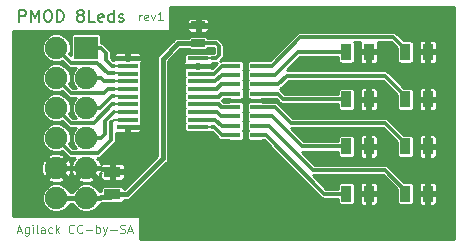
<source format=gbr>
G04 #@! TF.GenerationSoftware,KiCad,Pcbnew,5.0.2*
G04 #@! TF.CreationDate,2020-06-05T09:12:56+02:00*
G04 #@! TF.ProjectId,pmod-8leds,706d6f64-2d38-46c6-9564-732e6b696361,rev?*
G04 #@! TF.SameCoordinates,Original*
G04 #@! TF.FileFunction,Copper,L1,Top*
G04 #@! TF.FilePolarity,Positive*
%FSLAX46Y46*%
G04 Gerber Fmt 4.6, Leading zero omitted, Abs format (unit mm)*
G04 Created by KiCad (PCBNEW 5.0.2) date ven. 05 juin 2020 09:12:56 CEST*
%MOMM*%
%LPD*%
G01*
G04 APERTURE LIST*
G04 #@! TA.AperFunction,NonConductor*
%ADD10C,0.101600*%
G04 #@! TD*
G04 #@! TA.AperFunction,NonConductor*
%ADD11C,0.200000*%
G04 #@! TD*
G04 #@! TA.AperFunction,ComponentPad*
%ADD12R,2.000000X1.900000*%
G04 #@! TD*
G04 #@! TA.AperFunction,ComponentPad*
%ADD13C,1.900000*%
G04 #@! TD*
G04 #@! TA.AperFunction,SMDPad,CuDef*
%ADD14R,1.780540X0.304800*%
G04 #@! TD*
G04 #@! TA.AperFunction,SMDPad,CuDef*
%ADD15R,1.780540X0.299720*%
G04 #@! TD*
G04 #@! TA.AperFunction,SMDPad,CuDef*
%ADD16R,1.397000X0.889000*%
G04 #@! TD*
G04 #@! TA.AperFunction,SMDPad,CuDef*
%ADD17R,0.900000X0.400000*%
G04 #@! TD*
G04 #@! TA.AperFunction,SMDPad,CuDef*
%ADD18R,0.889000X1.397000*%
G04 #@! TD*
G04 #@! TA.AperFunction,SMDPad,CuDef*
%ADD19R,1.143000X0.635000*%
G04 #@! TD*
G04 #@! TA.AperFunction,ViaPad*
%ADD20C,0.711200*%
G04 #@! TD*
G04 #@! TA.AperFunction,Conductor*
%ADD21C,0.304800*%
G04 #@! TD*
G04 #@! TA.AperFunction,Conductor*
%ADD22C,0.203200*%
G04 #@! TD*
G04 #@! TA.AperFunction,Conductor*
%ADD23C,0.406400*%
G04 #@! TD*
G04 #@! TA.AperFunction,Conductor*
%ADD24C,0.254000*%
G04 #@! TD*
G04 APERTURE END LIST*
D10*
X140534800Y-96321733D02*
X140534800Y-95847600D01*
X140534800Y-95983066D02*
X140568666Y-95915333D01*
X140602533Y-95881466D01*
X140670266Y-95847600D01*
X140738000Y-95847600D01*
X141246000Y-96287866D02*
X141178266Y-96321733D01*
X141042800Y-96321733D01*
X140975066Y-96287866D01*
X140941200Y-96220133D01*
X140941200Y-95949200D01*
X140975066Y-95881466D01*
X141042800Y-95847600D01*
X141178266Y-95847600D01*
X141246000Y-95881466D01*
X141279866Y-95949200D01*
X141279866Y-96016933D01*
X140941200Y-96084666D01*
X141516933Y-95847600D02*
X141686266Y-96321733D01*
X141855600Y-95847600D01*
X142499066Y-96321733D02*
X142092666Y-96321733D01*
X142295866Y-96321733D02*
X142295866Y-95610533D01*
X142228133Y-95712133D01*
X142160400Y-95779866D01*
X142092666Y-95813733D01*
X130201506Y-114118533D02*
X130540173Y-114118533D01*
X130133773Y-114321733D02*
X130370840Y-113610533D01*
X130607906Y-114321733D01*
X131149773Y-113847600D02*
X131149773Y-114423333D01*
X131115906Y-114491066D01*
X131082040Y-114524933D01*
X131014306Y-114558800D01*
X130912706Y-114558800D01*
X130844973Y-114524933D01*
X131149773Y-114287866D02*
X131082040Y-114321733D01*
X130946573Y-114321733D01*
X130878840Y-114287866D01*
X130844973Y-114254000D01*
X130811106Y-114186266D01*
X130811106Y-113983066D01*
X130844973Y-113915333D01*
X130878840Y-113881466D01*
X130946573Y-113847600D01*
X131082040Y-113847600D01*
X131149773Y-113881466D01*
X131488440Y-114321733D02*
X131488440Y-113847600D01*
X131488440Y-113610533D02*
X131454573Y-113644400D01*
X131488440Y-113678266D01*
X131522306Y-113644400D01*
X131488440Y-113610533D01*
X131488440Y-113678266D01*
X131928706Y-114321733D02*
X131860973Y-114287866D01*
X131827106Y-114220133D01*
X131827106Y-113610533D01*
X132504440Y-114321733D02*
X132504440Y-113949200D01*
X132470573Y-113881466D01*
X132402840Y-113847600D01*
X132267373Y-113847600D01*
X132199640Y-113881466D01*
X132504440Y-114287866D02*
X132436706Y-114321733D01*
X132267373Y-114321733D01*
X132199640Y-114287866D01*
X132165773Y-114220133D01*
X132165773Y-114152400D01*
X132199640Y-114084666D01*
X132267373Y-114050800D01*
X132436706Y-114050800D01*
X132504440Y-114016933D01*
X133147906Y-114287866D02*
X133080173Y-114321733D01*
X132944706Y-114321733D01*
X132876973Y-114287866D01*
X132843106Y-114254000D01*
X132809240Y-114186266D01*
X132809240Y-113983066D01*
X132843106Y-113915333D01*
X132876973Y-113881466D01*
X132944706Y-113847600D01*
X133080173Y-113847600D01*
X133147906Y-113881466D01*
X133452706Y-114321733D02*
X133452706Y-113610533D01*
X133520440Y-114050800D02*
X133723640Y-114321733D01*
X133723640Y-113847600D02*
X133452706Y-114118533D01*
X134976706Y-114254000D02*
X134942840Y-114287866D01*
X134841240Y-114321733D01*
X134773506Y-114321733D01*
X134671906Y-114287866D01*
X134604173Y-114220133D01*
X134570306Y-114152400D01*
X134536440Y-114016933D01*
X134536440Y-113915333D01*
X134570306Y-113779866D01*
X134604173Y-113712133D01*
X134671906Y-113644400D01*
X134773506Y-113610533D01*
X134841240Y-113610533D01*
X134942840Y-113644400D01*
X134976706Y-113678266D01*
X135687906Y-114254000D02*
X135654040Y-114287866D01*
X135552440Y-114321733D01*
X135484706Y-114321733D01*
X135383106Y-114287866D01*
X135315373Y-114220133D01*
X135281506Y-114152400D01*
X135247640Y-114016933D01*
X135247640Y-113915333D01*
X135281506Y-113779866D01*
X135315373Y-113712133D01*
X135383106Y-113644400D01*
X135484706Y-113610533D01*
X135552440Y-113610533D01*
X135654040Y-113644400D01*
X135687906Y-113678266D01*
X135992706Y-114050800D02*
X136534573Y-114050800D01*
X136873240Y-114321733D02*
X136873240Y-113610533D01*
X136873240Y-113881466D02*
X136940973Y-113847600D01*
X137076440Y-113847600D01*
X137144173Y-113881466D01*
X137178040Y-113915333D01*
X137211906Y-113983066D01*
X137211906Y-114186266D01*
X137178040Y-114254000D01*
X137144173Y-114287866D01*
X137076440Y-114321733D01*
X136940973Y-114321733D01*
X136873240Y-114287866D01*
X137448973Y-113847600D02*
X137618306Y-114321733D01*
X137787640Y-113847600D02*
X137618306Y-114321733D01*
X137550573Y-114491066D01*
X137516706Y-114524933D01*
X137448973Y-114558800D01*
X138058573Y-114050800D02*
X138600440Y-114050800D01*
X138905240Y-114287866D02*
X139006840Y-114321733D01*
X139176173Y-114321733D01*
X139243906Y-114287866D01*
X139277773Y-114254000D01*
X139311640Y-114186266D01*
X139311640Y-114118533D01*
X139277773Y-114050800D01*
X139243906Y-114016933D01*
X139176173Y-113983066D01*
X139040706Y-113949200D01*
X138972973Y-113915333D01*
X138939106Y-113881466D01*
X138905240Y-113813733D01*
X138905240Y-113746000D01*
X138939106Y-113678266D01*
X138972973Y-113644400D01*
X139040706Y-113610533D01*
X139210040Y-113610533D01*
X139311640Y-113644400D01*
X139582573Y-114118533D02*
X139921240Y-114118533D01*
X139514840Y-114321733D02*
X139751906Y-113610533D01*
X139988973Y-114321733D01*
D11*
X130368095Y-96452380D02*
X130368095Y-95452380D01*
X130749047Y-95452380D01*
X130844285Y-95500000D01*
X130891904Y-95547619D01*
X130939523Y-95642857D01*
X130939523Y-95785714D01*
X130891904Y-95880952D01*
X130844285Y-95928571D01*
X130749047Y-95976190D01*
X130368095Y-95976190D01*
X131368095Y-96452380D02*
X131368095Y-95452380D01*
X131701428Y-96166666D01*
X132034761Y-95452380D01*
X132034761Y-96452380D01*
X132701428Y-95452380D02*
X132891904Y-95452380D01*
X132987142Y-95500000D01*
X133082380Y-95595238D01*
X133130000Y-95785714D01*
X133130000Y-96119047D01*
X133082380Y-96309523D01*
X132987142Y-96404761D01*
X132891904Y-96452380D01*
X132701428Y-96452380D01*
X132606190Y-96404761D01*
X132510952Y-96309523D01*
X132463333Y-96119047D01*
X132463333Y-95785714D01*
X132510952Y-95595238D01*
X132606190Y-95500000D01*
X132701428Y-95452380D01*
X133558571Y-96452380D02*
X133558571Y-95452380D01*
X133796666Y-95452380D01*
X133939523Y-95500000D01*
X134034761Y-95595238D01*
X134082380Y-95690476D01*
X134130000Y-95880952D01*
X134130000Y-96023809D01*
X134082380Y-96214285D01*
X134034761Y-96309523D01*
X133939523Y-96404761D01*
X133796666Y-96452380D01*
X133558571Y-96452380D01*
X135463333Y-95880952D02*
X135368095Y-95833333D01*
X135320476Y-95785714D01*
X135272857Y-95690476D01*
X135272857Y-95642857D01*
X135320476Y-95547619D01*
X135368095Y-95500000D01*
X135463333Y-95452380D01*
X135653809Y-95452380D01*
X135749047Y-95500000D01*
X135796666Y-95547619D01*
X135844285Y-95642857D01*
X135844285Y-95690476D01*
X135796666Y-95785714D01*
X135749047Y-95833333D01*
X135653809Y-95880952D01*
X135463333Y-95880952D01*
X135368095Y-95928571D01*
X135320476Y-95976190D01*
X135272857Y-96071428D01*
X135272857Y-96261904D01*
X135320476Y-96357142D01*
X135368095Y-96404761D01*
X135463333Y-96452380D01*
X135653809Y-96452380D01*
X135749047Y-96404761D01*
X135796666Y-96357142D01*
X135844285Y-96261904D01*
X135844285Y-96071428D01*
X135796666Y-95976190D01*
X135749047Y-95928571D01*
X135653809Y-95880952D01*
X136749047Y-96452380D02*
X136272857Y-96452380D01*
X136272857Y-95452380D01*
X137463333Y-96404761D02*
X137368095Y-96452380D01*
X137177619Y-96452380D01*
X137082380Y-96404761D01*
X137034761Y-96309523D01*
X137034761Y-95928571D01*
X137082380Y-95833333D01*
X137177619Y-95785714D01*
X137368095Y-95785714D01*
X137463333Y-95833333D01*
X137510952Y-95928571D01*
X137510952Y-96023809D01*
X137034761Y-96119047D01*
X138368095Y-96452380D02*
X138368095Y-95452380D01*
X138368095Y-96404761D02*
X138272857Y-96452380D01*
X138082380Y-96452380D01*
X137987142Y-96404761D01*
X137939523Y-96357142D01*
X137891904Y-96261904D01*
X137891904Y-95976190D01*
X137939523Y-95880952D01*
X137987142Y-95833333D01*
X138082380Y-95785714D01*
X138272857Y-95785714D01*
X138368095Y-95833333D01*
X138796666Y-96404761D02*
X138891904Y-96452380D01*
X139082380Y-96452380D01*
X139177619Y-96404761D01*
X139225238Y-96309523D01*
X139225238Y-96261904D01*
X139177619Y-96166666D01*
X139082380Y-96119047D01*
X138939523Y-96119047D01*
X138844285Y-96071428D01*
X138796666Y-95976190D01*
X138796666Y-95928571D01*
X138844285Y-95833333D01*
X138939523Y-95785714D01*
X139082380Y-95785714D01*
X139177619Y-95833333D01*
D12*
G04 #@! TO.P,P1,1*
G04 #@! TO.N,PMOD_IO1*
X136040000Y-98650000D03*
D13*
G04 #@! TO.P,P1,2*
G04 #@! TO.N,PMOD_IO2*
X136040000Y-101190000D03*
G04 #@! TO.P,P1,3*
G04 #@! TO.N,PMOD_IO3*
X136040000Y-103730000D03*
G04 #@! TO.P,P1,4*
G04 #@! TO.N,PMOD_IO4*
X136040000Y-106270000D03*
G04 #@! TO.P,P1,5*
G04 #@! TO.N,GND*
X136040000Y-108810000D03*
G04 #@! TO.P,P1,6*
G04 #@! TO.N,VCC*
X136040000Y-111350000D03*
G04 #@! TO.P,P1,7*
G04 #@! TO.N,PMOD_IO5*
X133500000Y-98650000D03*
G04 #@! TO.P,P1,8*
G04 #@! TO.N,PMOD_IO6*
X133500000Y-101190000D03*
G04 #@! TO.P,P1,9*
G04 #@! TO.N,PMOD_IO7*
X133500000Y-103730000D03*
G04 #@! TO.P,P1,10*
G04 #@! TO.N,PMOD_IO8*
X133500000Y-106270000D03*
G04 #@! TO.P,P1,11*
G04 #@! TO.N,GND*
X133500000Y-108810000D03*
G04 #@! TO.P,P1,12*
G04 #@! TO.N,VCC*
X133500000Y-111350000D03*
G04 #@! TD*
D14*
G04 #@! TO.P,U1,2*
G04 #@! TO.N,PMOD_IO1*
X139530740Y-100175000D03*
G04 #@! TO.P,U1,3*
G04 #@! TO.N,PMOD_IO5*
X139530740Y-100825000D03*
G04 #@! TO.P,U1,4*
G04 #@! TO.N,PMOD_IO2*
X139530740Y-101475000D03*
G04 #@! TO.P,U1,5*
G04 #@! TO.N,PMOD_IO6*
X139530740Y-102125000D03*
G04 #@! TO.P,U1,6*
G04 #@! TO.N,PMOD_IO3*
X139530740Y-102775000D03*
G04 #@! TO.P,U1,7*
G04 #@! TO.N,PMOD_IO7*
X139530740Y-103425000D03*
G04 #@! TO.P,U1,8*
G04 #@! TO.N,PMOD_IO4*
X139530740Y-104075000D03*
G04 #@! TO.P,U1,9*
G04 #@! TO.N,PMOD_IO8*
X139530740Y-104725000D03*
D15*
G04 #@! TO.P,U1,12*
G04 #@! TO.N,Net-(RP2-Pad3)*
X145469260Y-104725000D03*
G04 #@! TO.P,U1,13*
G04 #@! TO.N,Net-(RP2-Pad2)*
X145469260Y-104075000D03*
G04 #@! TO.P,U1,14*
G04 #@! TO.N,Net-(RP2-Pad1)*
X145469260Y-103425000D03*
G04 #@! TO.P,U1,15*
G04 #@! TO.N,Net-(RP1-Pad4)*
X145469260Y-102775000D03*
G04 #@! TO.P,U1,16*
G04 #@! TO.N,Net-(RP1-Pad3)*
X145469260Y-102125000D03*
G04 #@! TO.P,U1,17*
G04 #@! TO.N,Net-(RP1-Pad2)*
X145469260Y-101475000D03*
G04 #@! TO.P,U1,18*
G04 #@! TO.N,Net-(RP1-Pad1)*
X145469260Y-100825000D03*
G04 #@! TO.P,U1,19*
G04 #@! TO.N,GND*
X145469260Y-100175000D03*
D14*
G04 #@! TO.P,U1,1*
X139528200Y-99525000D03*
G04 #@! TO.P,U1,10*
X139528200Y-105375000D03*
G04 #@! TO.P,U1,11*
G04 #@! TO.N,Net-(RP2-Pad4)*
X145469260Y-105375000D03*
D15*
G04 #@! TO.P,U1,20*
G04 #@! TO.N,VCC*
X145469260Y-99525000D03*
G04 #@! TD*
D16*
G04 #@! TO.P,C1,1*
G04 #@! TO.N,VCC*
X138250000Y-111052500D03*
G04 #@! TO.P,C1,2*
G04 #@! TO.N,GND*
X138250000Y-109147500D03*
G04 #@! TD*
D17*
G04 #@! TO.P,RP1,2*
G04 #@! TO.N,Net-(RP1-Pad2)*
X148650000Y-100950000D03*
G04 #@! TO.P,RP1,3*
G04 #@! TO.N,Net-(RP1-Pad3)*
X148650000Y-101750000D03*
G04 #@! TO.P,RP1,1*
G04 #@! TO.N,Net-(RP1-Pad1)*
X148650000Y-100150000D03*
G04 #@! TO.P,RP1,4*
G04 #@! TO.N,Net-(RP1-Pad4)*
X148650000Y-102550000D03*
G04 #@! TO.P,RP1,8*
G04 #@! TO.N,Net-(D1-Pad1)*
X150350000Y-100150000D03*
G04 #@! TO.P,RP1,7*
G04 #@! TO.N,Net-(D5-Pad1)*
X150350000Y-100950000D03*
G04 #@! TO.P,RP1,6*
G04 #@! TO.N,Net-(D2-Pad1)*
X150350000Y-101750000D03*
G04 #@! TO.P,RP1,5*
G04 #@! TO.N,Net-(D6-Pad1)*
X150350000Y-102550000D03*
G04 #@! TD*
G04 #@! TO.P,RP2,5*
G04 #@! TO.N,Net-(D8-Pad1)*
X150350000Y-106050000D03*
G04 #@! TO.P,RP2,6*
G04 #@! TO.N,Net-(D4-Pad1)*
X150350000Y-105250000D03*
G04 #@! TO.P,RP2,7*
G04 #@! TO.N,Net-(D7-Pad1)*
X150350000Y-104450000D03*
G04 #@! TO.P,RP2,8*
G04 #@! TO.N,Net-(D3-Pad1)*
X150350000Y-103650000D03*
G04 #@! TO.P,RP2,4*
G04 #@! TO.N,Net-(RP2-Pad4)*
X148650000Y-106050000D03*
G04 #@! TO.P,RP2,1*
G04 #@! TO.N,Net-(RP2-Pad1)*
X148650000Y-103650000D03*
G04 #@! TO.P,RP2,3*
G04 #@! TO.N,Net-(RP2-Pad3)*
X148650000Y-105250000D03*
G04 #@! TO.P,RP2,2*
G04 #@! TO.N,Net-(RP2-Pad2)*
X148650000Y-104450000D03*
G04 #@! TD*
D18*
G04 #@! TO.P,D1,2*
G04 #@! TO.N,GND*
X164952500Y-99000000D03*
G04 #@! TO.P,D1,1*
G04 #@! TO.N,Net-(D1-Pad1)*
X163047500Y-99000000D03*
G04 #@! TD*
G04 #@! TO.P,D2,2*
G04 #@! TO.N,GND*
X164952500Y-103000000D03*
G04 #@! TO.P,D2,1*
G04 #@! TO.N,Net-(D2-Pad1)*
X163047500Y-103000000D03*
G04 #@! TD*
G04 #@! TO.P,D3,2*
G04 #@! TO.N,GND*
X164952500Y-107000000D03*
G04 #@! TO.P,D3,1*
G04 #@! TO.N,Net-(D3-Pad1)*
X163047500Y-107000000D03*
G04 #@! TD*
G04 #@! TO.P,D4,2*
G04 #@! TO.N,GND*
X164952500Y-111000000D03*
G04 #@! TO.P,D4,1*
G04 #@! TO.N,Net-(D4-Pad1)*
X163047500Y-111000000D03*
G04 #@! TD*
G04 #@! TO.P,D5,1*
G04 #@! TO.N,Net-(D5-Pad1)*
X158047500Y-99000000D03*
G04 #@! TO.P,D5,2*
G04 #@! TO.N,GND*
X159952500Y-99000000D03*
G04 #@! TD*
G04 #@! TO.P,D6,1*
G04 #@! TO.N,Net-(D6-Pad1)*
X158047500Y-103000000D03*
G04 #@! TO.P,D6,2*
G04 #@! TO.N,GND*
X159952500Y-103000000D03*
G04 #@! TD*
G04 #@! TO.P,D7,1*
G04 #@! TO.N,Net-(D7-Pad1)*
X158047500Y-107000000D03*
G04 #@! TO.P,D7,2*
G04 #@! TO.N,GND*
X159952500Y-107000000D03*
G04 #@! TD*
G04 #@! TO.P,D8,1*
G04 #@! TO.N,Net-(D8-Pad1)*
X158047500Y-111000000D03*
G04 #@! TO.P,D8,2*
G04 #@! TO.N,GND*
X159952500Y-111000000D03*
G04 #@! TD*
D19*
G04 #@! TO.P,C2,1*
G04 #@! TO.N,VCC*
X145500000Y-98262000D03*
G04 #@! TO.P,C2,2*
G04 #@! TO.N,GND*
X145500000Y-96738000D03*
G04 #@! TD*
D20*
G04 #@! TO.N,GND*
X141000000Y-105370000D03*
X144000000Y-100170000D03*
X161250000Y-99000000D03*
X166250000Y-99000000D03*
X166250000Y-103000000D03*
X161250000Y-103000000D03*
X166250000Y-105000000D03*
X161250000Y-107000000D03*
X166250000Y-107000000D03*
X166250000Y-111000000D03*
X161250000Y-111000000D03*
X146750000Y-96750000D03*
X166250000Y-101000000D03*
X166250000Y-97000000D03*
X166250000Y-109000000D03*
X166250000Y-113000000D03*
X154000000Y-104000000D03*
X149500000Y-107000000D03*
X149500000Y-99200000D03*
X139500000Y-98500000D03*
X130250000Y-105000000D03*
X130250000Y-107000000D03*
X130250000Y-103000000D03*
G04 #@! TD*
D21*
G04 #@! TO.N,PMOD_IO1*
X136040000Y-98650000D02*
X137260000Y-98650000D01*
X137260000Y-98650000D02*
X137690000Y-99080000D01*
X137690000Y-99080000D02*
X137690000Y-99670000D01*
X137690000Y-99670000D02*
X138190000Y-100170000D01*
X138190000Y-100170000D02*
X138400000Y-100170000D01*
D22*
X138400000Y-100170000D02*
X139525740Y-100170000D01*
X139525740Y-100170000D02*
X139530740Y-100175000D01*
D21*
G04 #@! TO.N,PMOD_IO2*
X136040000Y-101190000D02*
X137300000Y-101190000D01*
X137300000Y-101190000D02*
X137580000Y-101470000D01*
X137580000Y-101470000D02*
X138400000Y-101470000D01*
D22*
X138400000Y-101470000D02*
X139525740Y-101470000D01*
X139525740Y-101470000D02*
X139530740Y-101475000D01*
D21*
G04 #@! TO.N,PMOD_IO3*
X136040000Y-103730000D02*
X137230000Y-103730000D01*
X137230000Y-103730000D02*
X138190000Y-102770000D01*
X138190000Y-102770000D02*
X138400000Y-102770000D01*
D22*
X138400000Y-102770000D02*
X139525740Y-102770000D01*
X139525740Y-102770000D02*
X139530740Y-102775000D01*
D21*
G04 #@! TO.N,PMOD_IO4*
X136040000Y-106270000D02*
X137300000Y-106270000D01*
X137300000Y-106270000D02*
X137650000Y-105920000D01*
X137650000Y-105920000D02*
X137650000Y-104820000D01*
X137650000Y-104820000D02*
X138400000Y-104070000D01*
D22*
X138400000Y-104070000D02*
X139525740Y-104070000D01*
X139525740Y-104070000D02*
X139530740Y-104075000D01*
D21*
G04 #@! TO.N,GND*
X139528200Y-105375000D02*
X140995000Y-105375000D01*
X140995000Y-105375000D02*
X141000000Y-105370000D01*
D23*
X133500000Y-108810000D02*
X136040000Y-108810000D01*
X136040000Y-108810000D02*
X137220000Y-108810000D01*
X137220000Y-108810000D02*
X137330000Y-108920000D01*
X137330000Y-108920000D02*
X138022500Y-108920000D01*
X138022500Y-108920000D02*
X138250000Y-109147500D01*
D22*
X141000000Y-105370000D02*
X141000000Y-99820000D01*
X141000000Y-99820000D02*
X140700000Y-99520000D01*
X140700000Y-99520000D02*
X139533200Y-99520000D01*
X139533200Y-99520000D02*
X139528200Y-99525000D01*
D21*
X145469260Y-100175000D02*
X144005000Y-100175000D01*
X144005000Y-100175000D02*
X144000000Y-100170000D01*
D23*
X161250000Y-99000000D02*
X159952500Y-99000000D01*
X166250000Y-99000000D02*
X164952500Y-99000000D01*
X166250000Y-103000000D02*
X164952500Y-103000000D01*
X161250000Y-103000000D02*
X159952500Y-103000000D01*
X161250000Y-107000000D02*
X159952500Y-107000000D01*
X166250000Y-107000000D02*
X164952500Y-107000000D01*
X166250000Y-111000000D02*
X164952500Y-111000000D01*
X161250000Y-111000000D02*
X159952500Y-111000000D01*
D21*
X146750000Y-96750000D02*
X145512000Y-96750000D01*
X145512000Y-96750000D02*
X145500000Y-96738000D01*
D23*
G04 #@! TO.N,VCC*
X133500000Y-111350000D02*
X136040000Y-111350000D01*
X136040000Y-111350000D02*
X137210000Y-111350000D01*
X137210000Y-111350000D02*
X137280000Y-111280000D01*
X137280000Y-111280000D02*
X138022500Y-111280000D01*
X138022500Y-111280000D02*
X138250000Y-111052500D01*
X138250000Y-111052500D02*
X139467500Y-111052500D01*
X139467500Y-111052500D02*
X142500000Y-108020000D01*
X142500000Y-108020000D02*
X142500000Y-99580000D01*
X145500000Y-98262000D02*
X143818000Y-98262000D01*
X143818000Y-98262000D02*
X142500000Y-99580000D01*
D22*
X146650000Y-99520000D02*
X145474260Y-99520000D01*
X145474260Y-99520000D02*
X145469260Y-99525000D01*
D21*
X146650000Y-99520000D02*
X147000000Y-99520000D01*
X147000000Y-99520000D02*
X147250000Y-99270000D01*
X147250000Y-99270000D02*
X147250000Y-98500000D01*
X147250000Y-98500000D02*
X147000000Y-98250000D01*
X147000000Y-98250000D02*
X145512000Y-98250000D01*
X145512000Y-98250000D02*
X145500000Y-98262000D01*
G04 #@! TO.N,PMOD_IO5*
X134770000Y-99920000D02*
X133500000Y-98650000D01*
X134770000Y-99920000D02*
X136940000Y-99920000D01*
X136940000Y-99920000D02*
X137840000Y-100820000D01*
X137840000Y-100820000D02*
X138400000Y-100820000D01*
D22*
X138400000Y-100820000D02*
X139525740Y-100820000D01*
X139525740Y-100820000D02*
X139530740Y-100825000D01*
D21*
G04 #@! TO.N,PMOD_IO6*
X133500000Y-101190000D02*
X134770000Y-102460000D01*
X134770000Y-102460000D02*
X137500000Y-102460000D01*
X137500000Y-102460000D02*
X137840000Y-102120000D01*
X137840000Y-102120000D02*
X138400000Y-102120000D01*
D22*
X138400000Y-102120000D02*
X139525740Y-102120000D01*
X139525740Y-102120000D02*
X139530740Y-102125000D01*
D21*
G04 #@! TO.N,PMOD_IO7*
X133500000Y-103730000D02*
X134770000Y-105000000D01*
D22*
X138400000Y-103420000D02*
X139525740Y-103420000D01*
X139525740Y-103420000D02*
X139530740Y-103425000D01*
D21*
X134770000Y-105000000D02*
X136670000Y-105000000D01*
X136670000Y-105000000D02*
X138250000Y-103420000D01*
X138250000Y-103420000D02*
X138400000Y-103420000D01*
G04 #@! TO.N,PMOD_IO8*
X133500000Y-106270000D02*
X134770000Y-107540000D01*
X134770000Y-107540000D02*
X137040000Y-107540000D01*
X137040000Y-107540000D02*
X138150000Y-106430000D01*
X138150000Y-106430000D02*
X138150000Y-104970000D01*
D22*
X138150000Y-104970000D02*
X138400000Y-104720000D01*
X138400000Y-104720000D02*
X139525740Y-104720000D01*
X139525740Y-104720000D02*
X139530740Y-104725000D01*
D21*
G04 #@! TO.N,Net-(RP2-Pad3)*
X145469260Y-104725000D02*
X146965000Y-104725000D01*
X146965000Y-104725000D02*
X147490000Y-105250000D01*
X147490000Y-105250000D02*
X148650000Y-105250000D01*
G04 #@! TO.N,Net-(RP2-Pad2)*
X145469260Y-104075000D02*
X147105000Y-104075000D01*
X147105000Y-104075000D02*
X147480000Y-104450000D01*
X147480000Y-104450000D02*
X148650000Y-104450000D01*
G04 #@! TO.N,Net-(RP2-Pad1)*
X145469260Y-103425000D02*
X147245000Y-103425000D01*
X147245000Y-103425000D02*
X147470000Y-103650000D01*
X147470000Y-103650000D02*
X148650000Y-103650000D01*
G04 #@! TO.N,Net-(RP1-Pad4)*
X148650000Y-102550000D02*
X147470000Y-102550000D01*
X145469260Y-102775000D02*
X147245000Y-102775000D01*
X147245000Y-102775000D02*
X147470000Y-102550000D01*
G04 #@! TO.N,Net-(RP1-Pad3)*
X148650000Y-101750000D02*
X147480000Y-101750000D01*
X145469260Y-102125000D02*
X147105000Y-102125000D01*
X147105000Y-102125000D02*
X147480000Y-101750000D01*
G04 #@! TO.N,Net-(RP1-Pad2)*
X148650000Y-100950000D02*
X147490000Y-100950000D01*
X145469260Y-101475000D02*
X146965000Y-101475000D01*
X146965000Y-101475000D02*
X147490000Y-100950000D01*
G04 #@! TO.N,Net-(RP1-Pad1)*
X148650000Y-100150000D02*
X147500000Y-100150000D01*
X145469260Y-100825000D02*
X146825000Y-100825000D01*
X146825000Y-100825000D02*
X147500000Y-100150000D01*
G04 #@! TO.N,Net-(RP2-Pad4)*
X146825000Y-105375000D02*
X147500000Y-106050000D01*
X147500000Y-106050000D02*
X148650000Y-106050000D01*
X146650000Y-105375000D02*
X146825000Y-105375000D01*
D22*
X146650000Y-105375000D02*
X145469260Y-105375000D01*
D21*
G04 #@! TO.N,Net-(D1-Pad1)*
X163047500Y-99000000D02*
X163047500Y-98747500D01*
X163047500Y-98747500D02*
X162050000Y-97750000D01*
X150350000Y-100150000D02*
X151750000Y-100150000D01*
X162050000Y-97750000D02*
X154150000Y-97750000D01*
X154150000Y-97750000D02*
X151750000Y-100150000D01*
G04 #@! TO.N,Net-(D5-Pad1)*
X150350000Y-100950000D02*
X152000000Y-100950000D01*
X158047500Y-99000000D02*
X153950000Y-99000000D01*
X153950000Y-99000000D02*
X152000000Y-100950000D01*
G04 #@! TO.N,Net-(D2-Pad1)*
X163047500Y-103000000D02*
X163047500Y-102747500D01*
X163047500Y-102747500D02*
X161300000Y-101000000D01*
X150350000Y-101750000D02*
X152250000Y-101750000D01*
X161300000Y-101000000D02*
X153000000Y-101000000D01*
X153000000Y-101000000D02*
X152250000Y-101750000D01*
G04 #@! TO.N,Net-(D6-Pad1)*
X150350000Y-102550000D02*
X152250000Y-102550000D01*
X158047500Y-103000000D02*
X152700000Y-103000000D01*
X152700000Y-103000000D02*
X152250000Y-102550000D01*
G04 #@! TO.N,Net-(D8-Pad1)*
X150350000Y-106050000D02*
X151250000Y-106050000D01*
X158047500Y-111000000D02*
X156200000Y-111000000D01*
X156200000Y-111000000D02*
X151250000Y-106050000D01*
G04 #@! TO.N,Net-(D4-Pad1)*
X150350000Y-105250000D02*
X151500000Y-105250000D01*
X163047500Y-111000000D02*
X163047500Y-110747500D01*
X163047500Y-110747500D02*
X161300000Y-109000000D01*
X161300000Y-109000000D02*
X155250000Y-109000000D01*
X155250000Y-109000000D02*
X151500000Y-105250000D01*
G04 #@! TO.N,Net-(D7-Pad1)*
X150350000Y-104450000D02*
X151750000Y-104450000D01*
X158047500Y-107000000D02*
X154300000Y-107000000D01*
X154300000Y-107000000D02*
X151750000Y-104450000D01*
G04 #@! TO.N,Net-(D3-Pad1)*
X150350000Y-103650000D02*
X152000000Y-103650000D01*
X163047500Y-107000000D02*
X163047500Y-106747500D01*
X163047500Y-106747500D02*
X161300000Y-105000000D01*
X161300000Y-105000000D02*
X153350000Y-105000000D01*
X153350000Y-105000000D02*
X152000000Y-103650000D01*
G04 #@! TD*
D24*
G04 #@! TO.N,GND*
G36*
X167195601Y-114805600D02*
X140627000Y-114805600D01*
X140627000Y-113000000D01*
X140617333Y-112951399D01*
X140589803Y-112910197D01*
X140548601Y-112882667D01*
X140500000Y-112873000D01*
X129804400Y-112873000D01*
X129804400Y-111105457D01*
X132270600Y-111105457D01*
X132270600Y-111594543D01*
X132457765Y-112046399D01*
X132803601Y-112392235D01*
X133255457Y-112579400D01*
X133744543Y-112579400D01*
X134196399Y-112392235D01*
X134542235Y-112046399D01*
X134630794Y-111832600D01*
X134909206Y-111832600D01*
X134997765Y-112046399D01*
X135343601Y-112392235D01*
X135795457Y-112579400D01*
X136284543Y-112579400D01*
X136736399Y-112392235D01*
X137082235Y-112046399D01*
X137170160Y-111834129D01*
X137210000Y-111842054D01*
X137257528Y-111832600D01*
X137257529Y-111832600D01*
X137398301Y-111804599D01*
X137459655Y-111763604D01*
X137551500Y-111781873D01*
X138948500Y-111781873D01*
X139057516Y-111760188D01*
X139149936Y-111698436D01*
X139211688Y-111606016D01*
X139225794Y-111535100D01*
X139419972Y-111535100D01*
X139467500Y-111544554D01*
X139515028Y-111535100D01*
X139515029Y-111535100D01*
X139655801Y-111507099D01*
X139815435Y-111400435D01*
X139842362Y-111360136D01*
X142807643Y-108394857D01*
X142847935Y-108367935D01*
X142954599Y-108208301D01*
X142982600Y-108067529D01*
X142982600Y-108067528D01*
X142992054Y-108020000D01*
X142982600Y-107972471D01*
X142982600Y-99779898D01*
X144017899Y-98744600D01*
X144702785Y-98744600D01*
X144727064Y-98780936D01*
X144819484Y-98842688D01*
X144928500Y-98864373D01*
X146071500Y-98864373D01*
X146180516Y-98842688D01*
X146272936Y-98780936D01*
X146334688Y-98688516D01*
X146336024Y-98681800D01*
X146818201Y-98681800D01*
X146818200Y-99088200D01*
X146607474Y-99088200D01*
X146481520Y-99113254D01*
X146476007Y-99116937D01*
X146468546Y-99111952D01*
X146359530Y-99090267D01*
X144578990Y-99090267D01*
X144469974Y-99111952D01*
X144377554Y-99173704D01*
X144315802Y-99266124D01*
X144294117Y-99375140D01*
X144294117Y-99674860D01*
X144315802Y-99783876D01*
X144330814Y-99806343D01*
X144299060Y-99838097D01*
X144248790Y-99959459D01*
X144248790Y-100017520D01*
X144331340Y-100100070D01*
X145342260Y-100100070D01*
X145342260Y-100028000D01*
X145596260Y-100028000D01*
X145596260Y-100100070D01*
X146607180Y-100100070D01*
X146689730Y-100017520D01*
X146689730Y-99959459D01*
X146686558Y-99951800D01*
X146957478Y-99951800D01*
X147000000Y-99960258D01*
X147042522Y-99951800D01*
X147042526Y-99951800D01*
X147098720Y-99940622D01*
X146689730Y-100349613D01*
X146689730Y-100332480D01*
X146607180Y-100249930D01*
X145596260Y-100249930D01*
X145596260Y-100322000D01*
X145342260Y-100322000D01*
X145342260Y-100249930D01*
X144331340Y-100249930D01*
X144248790Y-100332480D01*
X144248790Y-100390541D01*
X144299060Y-100511903D01*
X144330814Y-100543657D01*
X144315802Y-100566124D01*
X144294117Y-100675140D01*
X144294117Y-100974860D01*
X144315802Y-101083876D01*
X144359984Y-101150000D01*
X144315802Y-101216124D01*
X144294117Y-101325140D01*
X144294117Y-101624860D01*
X144315802Y-101733876D01*
X144359984Y-101800000D01*
X144315802Y-101866124D01*
X144294117Y-101975140D01*
X144294117Y-102274860D01*
X144315802Y-102383876D01*
X144359984Y-102450000D01*
X144315802Y-102516124D01*
X144294117Y-102625140D01*
X144294117Y-102924860D01*
X144315802Y-103033876D01*
X144359984Y-103100000D01*
X144315802Y-103166124D01*
X144294117Y-103275140D01*
X144294117Y-103574860D01*
X144315802Y-103683876D01*
X144359984Y-103750000D01*
X144315802Y-103816124D01*
X144294117Y-103925140D01*
X144294117Y-104224860D01*
X144315802Y-104333876D01*
X144359984Y-104400000D01*
X144315802Y-104466124D01*
X144294117Y-104575140D01*
X144294117Y-104874860D01*
X144315802Y-104983876D01*
X144359135Y-105048730D01*
X144315802Y-105113584D01*
X144294117Y-105222600D01*
X144294117Y-105527400D01*
X144315802Y-105636416D01*
X144377554Y-105728836D01*
X144469974Y-105790588D01*
X144578990Y-105812273D01*
X146359530Y-105812273D01*
X146468546Y-105790588D01*
X146481720Y-105781786D01*
X146607474Y-105806800D01*
X146646143Y-105806800D01*
X147164602Y-106325260D01*
X147188690Y-106361310D01*
X147224740Y-106385398D01*
X147224741Y-106385399D01*
X147304183Y-106438480D01*
X147331520Y-106456746D01*
X147457474Y-106481800D01*
X147457477Y-106481800D01*
X147499999Y-106490258D01*
X147542521Y-106481800D01*
X148044008Y-106481800D01*
X148090984Y-106513188D01*
X148200000Y-106534873D01*
X149100000Y-106534873D01*
X149209016Y-106513188D01*
X149301436Y-106451436D01*
X149363188Y-106359016D01*
X149384873Y-106250000D01*
X149384873Y-105850000D01*
X149363188Y-105740984D01*
X149302395Y-105650000D01*
X149363188Y-105559016D01*
X149384873Y-105450000D01*
X149384873Y-105050000D01*
X149363188Y-104940984D01*
X149302395Y-104850000D01*
X149363188Y-104759016D01*
X149384873Y-104650000D01*
X149384873Y-104250000D01*
X149363188Y-104140984D01*
X149302395Y-104050000D01*
X149363188Y-103959016D01*
X149384873Y-103850000D01*
X149384873Y-103450000D01*
X149615127Y-103450000D01*
X149615127Y-103850000D01*
X149636812Y-103959016D01*
X149697605Y-104050000D01*
X149636812Y-104140984D01*
X149615127Y-104250000D01*
X149615127Y-104650000D01*
X149636812Y-104759016D01*
X149697605Y-104850000D01*
X149636812Y-104940984D01*
X149615127Y-105050000D01*
X149615127Y-105450000D01*
X149636812Y-105559016D01*
X149697605Y-105650000D01*
X149636812Y-105740984D01*
X149615127Y-105850000D01*
X149615127Y-106250000D01*
X149636812Y-106359016D01*
X149698564Y-106451436D01*
X149790984Y-106513188D01*
X149900000Y-106534873D01*
X150800000Y-106534873D01*
X150909016Y-106513188D01*
X150955992Y-106481800D01*
X151071143Y-106481800D01*
X155864602Y-111275260D01*
X155888690Y-111311310D01*
X155924740Y-111335398D01*
X155924741Y-111335399D01*
X156022073Y-111400434D01*
X156031520Y-111406746D01*
X156157474Y-111431800D01*
X156157477Y-111431800D01*
X156199999Y-111440258D01*
X156242521Y-111431800D01*
X157318127Y-111431800D01*
X157318127Y-111698500D01*
X157339812Y-111807516D01*
X157401564Y-111899936D01*
X157493984Y-111961688D01*
X157603000Y-111983373D01*
X158492000Y-111983373D01*
X158601016Y-111961688D01*
X158693436Y-111899936D01*
X158755188Y-111807516D01*
X158776873Y-111698500D01*
X158776873Y-111209550D01*
X159177800Y-111209550D01*
X159177800Y-111764181D01*
X159228070Y-111885543D01*
X159320957Y-111978430D01*
X159442319Y-112028700D01*
X159742950Y-112028700D01*
X159825500Y-111946150D01*
X159825500Y-111127000D01*
X160079500Y-111127000D01*
X160079500Y-111946150D01*
X160162050Y-112028700D01*
X160462681Y-112028700D01*
X160584043Y-111978430D01*
X160676930Y-111885543D01*
X160727200Y-111764181D01*
X160727200Y-111209550D01*
X160644650Y-111127000D01*
X160079500Y-111127000D01*
X159825500Y-111127000D01*
X159260350Y-111127000D01*
X159177800Y-111209550D01*
X158776873Y-111209550D01*
X158776873Y-110301500D01*
X158763809Y-110235819D01*
X159177800Y-110235819D01*
X159177800Y-110790450D01*
X159260350Y-110873000D01*
X159825500Y-110873000D01*
X159825500Y-110053850D01*
X160079500Y-110053850D01*
X160079500Y-110873000D01*
X160644650Y-110873000D01*
X160727200Y-110790450D01*
X160727200Y-110235819D01*
X160676930Y-110114457D01*
X160584043Y-110021570D01*
X160462681Y-109971300D01*
X160162050Y-109971300D01*
X160079500Y-110053850D01*
X159825500Y-110053850D01*
X159742950Y-109971300D01*
X159442319Y-109971300D01*
X159320957Y-110021570D01*
X159228070Y-110114457D01*
X159177800Y-110235819D01*
X158763809Y-110235819D01*
X158755188Y-110192484D01*
X158693436Y-110100064D01*
X158601016Y-110038312D01*
X158492000Y-110016627D01*
X157603000Y-110016627D01*
X157493984Y-110038312D01*
X157401564Y-110100064D01*
X157339812Y-110192484D01*
X157318127Y-110301500D01*
X157318127Y-110568200D01*
X156378858Y-110568200D01*
X155250764Y-109440106D01*
X155292522Y-109431800D01*
X161121143Y-109431800D01*
X162318127Y-110628784D01*
X162318127Y-111698500D01*
X162339812Y-111807516D01*
X162401564Y-111899936D01*
X162493984Y-111961688D01*
X162603000Y-111983373D01*
X163492000Y-111983373D01*
X163601016Y-111961688D01*
X163693436Y-111899936D01*
X163755188Y-111807516D01*
X163776873Y-111698500D01*
X163776873Y-111209550D01*
X164177800Y-111209550D01*
X164177800Y-111764181D01*
X164228070Y-111885543D01*
X164320957Y-111978430D01*
X164442319Y-112028700D01*
X164742950Y-112028700D01*
X164825500Y-111946150D01*
X164825500Y-111127000D01*
X165079500Y-111127000D01*
X165079500Y-111946150D01*
X165162050Y-112028700D01*
X165462681Y-112028700D01*
X165584043Y-111978430D01*
X165676930Y-111885543D01*
X165727200Y-111764181D01*
X165727200Y-111209550D01*
X165644650Y-111127000D01*
X165079500Y-111127000D01*
X164825500Y-111127000D01*
X164260350Y-111127000D01*
X164177800Y-111209550D01*
X163776873Y-111209550D01*
X163776873Y-110301500D01*
X163763809Y-110235819D01*
X164177800Y-110235819D01*
X164177800Y-110790450D01*
X164260350Y-110873000D01*
X164825500Y-110873000D01*
X164825500Y-110053850D01*
X165079500Y-110053850D01*
X165079500Y-110873000D01*
X165644650Y-110873000D01*
X165727200Y-110790450D01*
X165727200Y-110235819D01*
X165676930Y-110114457D01*
X165584043Y-110021570D01*
X165462681Y-109971300D01*
X165162050Y-109971300D01*
X165079500Y-110053850D01*
X164825500Y-110053850D01*
X164742950Y-109971300D01*
X164442319Y-109971300D01*
X164320957Y-110021570D01*
X164228070Y-110114457D01*
X164177800Y-110235819D01*
X163763809Y-110235819D01*
X163755188Y-110192484D01*
X163693436Y-110100064D01*
X163601016Y-110038312D01*
X163492000Y-110016627D01*
X162927284Y-110016627D01*
X161635400Y-108724743D01*
X161611310Y-108688690D01*
X161468480Y-108593254D01*
X161342526Y-108568200D01*
X161342522Y-108568200D01*
X161300000Y-108559742D01*
X161257478Y-108568200D01*
X155428858Y-108568200D01*
X154300765Y-107440107D01*
X154342526Y-107431800D01*
X157318127Y-107431800D01*
X157318127Y-107698500D01*
X157339812Y-107807516D01*
X157401564Y-107899936D01*
X157493984Y-107961688D01*
X157603000Y-107983373D01*
X158492000Y-107983373D01*
X158601016Y-107961688D01*
X158693436Y-107899936D01*
X158755188Y-107807516D01*
X158776873Y-107698500D01*
X158776873Y-107209550D01*
X159177800Y-107209550D01*
X159177800Y-107764181D01*
X159228070Y-107885543D01*
X159320957Y-107978430D01*
X159442319Y-108028700D01*
X159742950Y-108028700D01*
X159825500Y-107946150D01*
X159825500Y-107127000D01*
X160079500Y-107127000D01*
X160079500Y-107946150D01*
X160162050Y-108028700D01*
X160462681Y-108028700D01*
X160584043Y-107978430D01*
X160676930Y-107885543D01*
X160727200Y-107764181D01*
X160727200Y-107209550D01*
X160644650Y-107127000D01*
X160079500Y-107127000D01*
X159825500Y-107127000D01*
X159260350Y-107127000D01*
X159177800Y-107209550D01*
X158776873Y-107209550D01*
X158776873Y-106301500D01*
X158763809Y-106235819D01*
X159177800Y-106235819D01*
X159177800Y-106790450D01*
X159260350Y-106873000D01*
X159825500Y-106873000D01*
X159825500Y-106053850D01*
X160079500Y-106053850D01*
X160079500Y-106873000D01*
X160644650Y-106873000D01*
X160727200Y-106790450D01*
X160727200Y-106235819D01*
X160676930Y-106114457D01*
X160584043Y-106021570D01*
X160462681Y-105971300D01*
X160162050Y-105971300D01*
X160079500Y-106053850D01*
X159825500Y-106053850D01*
X159742950Y-105971300D01*
X159442319Y-105971300D01*
X159320957Y-106021570D01*
X159228070Y-106114457D01*
X159177800Y-106235819D01*
X158763809Y-106235819D01*
X158755188Y-106192484D01*
X158693436Y-106100064D01*
X158601016Y-106038312D01*
X158492000Y-106016627D01*
X157603000Y-106016627D01*
X157493984Y-106038312D01*
X157401564Y-106100064D01*
X157339812Y-106192484D01*
X157318127Y-106301500D01*
X157318127Y-106568200D01*
X154478857Y-106568200D01*
X153350763Y-105440106D01*
X153392520Y-105431800D01*
X161121143Y-105431800D01*
X162318127Y-106628784D01*
X162318127Y-107698500D01*
X162339812Y-107807516D01*
X162401564Y-107899936D01*
X162493984Y-107961688D01*
X162603000Y-107983373D01*
X163492000Y-107983373D01*
X163601016Y-107961688D01*
X163693436Y-107899936D01*
X163755188Y-107807516D01*
X163776873Y-107698500D01*
X163776873Y-107209550D01*
X164177800Y-107209550D01*
X164177800Y-107764181D01*
X164228070Y-107885543D01*
X164320957Y-107978430D01*
X164442319Y-108028700D01*
X164742950Y-108028700D01*
X164825500Y-107946150D01*
X164825500Y-107127000D01*
X165079500Y-107127000D01*
X165079500Y-107946150D01*
X165162050Y-108028700D01*
X165462681Y-108028700D01*
X165584043Y-107978430D01*
X165676930Y-107885543D01*
X165727200Y-107764181D01*
X165727200Y-107209550D01*
X165644650Y-107127000D01*
X165079500Y-107127000D01*
X164825500Y-107127000D01*
X164260350Y-107127000D01*
X164177800Y-107209550D01*
X163776873Y-107209550D01*
X163776873Y-106301500D01*
X163763809Y-106235819D01*
X164177800Y-106235819D01*
X164177800Y-106790450D01*
X164260350Y-106873000D01*
X164825500Y-106873000D01*
X164825500Y-106053850D01*
X165079500Y-106053850D01*
X165079500Y-106873000D01*
X165644650Y-106873000D01*
X165727200Y-106790450D01*
X165727200Y-106235819D01*
X165676930Y-106114457D01*
X165584043Y-106021570D01*
X165462681Y-105971300D01*
X165162050Y-105971300D01*
X165079500Y-106053850D01*
X164825500Y-106053850D01*
X164742950Y-105971300D01*
X164442319Y-105971300D01*
X164320957Y-106021570D01*
X164228070Y-106114457D01*
X164177800Y-106235819D01*
X163763809Y-106235819D01*
X163755188Y-106192484D01*
X163693436Y-106100064D01*
X163601016Y-106038312D01*
X163492000Y-106016627D01*
X162927284Y-106016627D01*
X161635399Y-104724742D01*
X161611310Y-104688690D01*
X161468480Y-104593254D01*
X161342526Y-104568200D01*
X161342522Y-104568200D01*
X161300000Y-104559742D01*
X161257478Y-104568200D01*
X153528857Y-104568200D01*
X152335399Y-103374742D01*
X152311310Y-103338690D01*
X152168480Y-103243254D01*
X152042526Y-103218200D01*
X152042522Y-103218200D01*
X152000000Y-103209742D01*
X151957478Y-103218200D01*
X150955992Y-103218200D01*
X150909016Y-103186812D01*
X150800000Y-103165127D01*
X149900000Y-103165127D01*
X149790984Y-103186812D01*
X149698564Y-103248564D01*
X149636812Y-103340984D01*
X149615127Y-103450000D01*
X149384873Y-103450000D01*
X149363188Y-103340984D01*
X149301436Y-103248564D01*
X149209016Y-103186812D01*
X149100000Y-103165127D01*
X148200000Y-103165127D01*
X148090984Y-103186812D01*
X148044008Y-103218200D01*
X147648857Y-103218200D01*
X147580400Y-103149743D01*
X147556310Y-103113690D01*
X147535821Y-103100000D01*
X147556310Y-103086310D01*
X147580400Y-103050257D01*
X147648857Y-102981800D01*
X148044008Y-102981800D01*
X148090984Y-103013188D01*
X148200000Y-103034873D01*
X149100000Y-103034873D01*
X149209016Y-103013188D01*
X149301436Y-102951436D01*
X149363188Y-102859016D01*
X149384873Y-102750000D01*
X149384873Y-102350000D01*
X149363188Y-102240984D01*
X149302395Y-102150000D01*
X149363188Y-102059016D01*
X149384873Y-101950000D01*
X149384873Y-101550000D01*
X149363188Y-101440984D01*
X149302395Y-101350000D01*
X149363188Y-101259016D01*
X149384873Y-101150000D01*
X149384873Y-100750000D01*
X149363188Y-100640984D01*
X149302395Y-100550000D01*
X149363188Y-100459016D01*
X149384873Y-100350000D01*
X149384873Y-99950000D01*
X149615127Y-99950000D01*
X149615127Y-100350000D01*
X149636812Y-100459016D01*
X149697605Y-100550000D01*
X149636812Y-100640984D01*
X149615127Y-100750000D01*
X149615127Y-101150000D01*
X149636812Y-101259016D01*
X149697605Y-101350000D01*
X149636812Y-101440984D01*
X149615127Y-101550000D01*
X149615127Y-101950000D01*
X149636812Y-102059016D01*
X149697605Y-102150000D01*
X149636812Y-102240984D01*
X149615127Y-102350000D01*
X149615127Y-102750000D01*
X149636812Y-102859016D01*
X149698564Y-102951436D01*
X149790984Y-103013188D01*
X149900000Y-103034873D01*
X150800000Y-103034873D01*
X150909016Y-103013188D01*
X150955992Y-102981800D01*
X152071143Y-102981800D01*
X152364602Y-103275260D01*
X152388690Y-103311310D01*
X152424740Y-103335398D01*
X152424741Y-103335399D01*
X152513344Y-103394601D01*
X152531520Y-103406746D01*
X152657474Y-103431800D01*
X152657477Y-103431800D01*
X152699999Y-103440258D01*
X152742521Y-103431800D01*
X157318127Y-103431800D01*
X157318127Y-103698500D01*
X157339812Y-103807516D01*
X157401564Y-103899936D01*
X157493984Y-103961688D01*
X157603000Y-103983373D01*
X158492000Y-103983373D01*
X158601016Y-103961688D01*
X158693436Y-103899936D01*
X158755188Y-103807516D01*
X158776873Y-103698500D01*
X158776873Y-103209550D01*
X159177800Y-103209550D01*
X159177800Y-103764181D01*
X159228070Y-103885543D01*
X159320957Y-103978430D01*
X159442319Y-104028700D01*
X159742950Y-104028700D01*
X159825500Y-103946150D01*
X159825500Y-103127000D01*
X160079500Y-103127000D01*
X160079500Y-103946150D01*
X160162050Y-104028700D01*
X160462681Y-104028700D01*
X160584043Y-103978430D01*
X160676930Y-103885543D01*
X160727200Y-103764181D01*
X160727200Y-103209550D01*
X160644650Y-103127000D01*
X160079500Y-103127000D01*
X159825500Y-103127000D01*
X159260350Y-103127000D01*
X159177800Y-103209550D01*
X158776873Y-103209550D01*
X158776873Y-102301500D01*
X158763809Y-102235819D01*
X159177800Y-102235819D01*
X159177800Y-102790450D01*
X159260350Y-102873000D01*
X159825500Y-102873000D01*
X159825500Y-102053850D01*
X160079500Y-102053850D01*
X160079500Y-102873000D01*
X160644650Y-102873000D01*
X160727200Y-102790450D01*
X160727200Y-102235819D01*
X160676930Y-102114457D01*
X160584043Y-102021570D01*
X160462681Y-101971300D01*
X160162050Y-101971300D01*
X160079500Y-102053850D01*
X159825500Y-102053850D01*
X159742950Y-101971300D01*
X159442319Y-101971300D01*
X159320957Y-102021570D01*
X159228070Y-102114457D01*
X159177800Y-102235819D01*
X158763809Y-102235819D01*
X158755188Y-102192484D01*
X158693436Y-102100064D01*
X158601016Y-102038312D01*
X158492000Y-102016627D01*
X157603000Y-102016627D01*
X157493984Y-102038312D01*
X157401564Y-102100064D01*
X157339812Y-102192484D01*
X157318127Y-102301500D01*
X157318127Y-102568200D01*
X152878858Y-102568200D01*
X152585399Y-102274742D01*
X152561310Y-102238690D01*
X152428576Y-102150000D01*
X152561310Y-102061310D01*
X152585399Y-102025258D01*
X153178858Y-101431800D01*
X161121143Y-101431800D01*
X162318127Y-102628784D01*
X162318127Y-103698500D01*
X162339812Y-103807516D01*
X162401564Y-103899936D01*
X162493984Y-103961688D01*
X162603000Y-103983373D01*
X163492000Y-103983373D01*
X163601016Y-103961688D01*
X163693436Y-103899936D01*
X163755188Y-103807516D01*
X163776873Y-103698500D01*
X163776873Y-103209550D01*
X164177800Y-103209550D01*
X164177800Y-103764181D01*
X164228070Y-103885543D01*
X164320957Y-103978430D01*
X164442319Y-104028700D01*
X164742950Y-104028700D01*
X164825500Y-103946150D01*
X164825500Y-103127000D01*
X165079500Y-103127000D01*
X165079500Y-103946150D01*
X165162050Y-104028700D01*
X165462681Y-104028700D01*
X165584043Y-103978430D01*
X165676930Y-103885543D01*
X165727200Y-103764181D01*
X165727200Y-103209550D01*
X165644650Y-103127000D01*
X165079500Y-103127000D01*
X164825500Y-103127000D01*
X164260350Y-103127000D01*
X164177800Y-103209550D01*
X163776873Y-103209550D01*
X163776873Y-102301500D01*
X163763809Y-102235819D01*
X164177800Y-102235819D01*
X164177800Y-102790450D01*
X164260350Y-102873000D01*
X164825500Y-102873000D01*
X164825500Y-102053850D01*
X165079500Y-102053850D01*
X165079500Y-102873000D01*
X165644650Y-102873000D01*
X165727200Y-102790450D01*
X165727200Y-102235819D01*
X165676930Y-102114457D01*
X165584043Y-102021570D01*
X165462681Y-101971300D01*
X165162050Y-101971300D01*
X165079500Y-102053850D01*
X164825500Y-102053850D01*
X164742950Y-101971300D01*
X164442319Y-101971300D01*
X164320957Y-102021570D01*
X164228070Y-102114457D01*
X164177800Y-102235819D01*
X163763809Y-102235819D01*
X163755188Y-102192484D01*
X163693436Y-102100064D01*
X163601016Y-102038312D01*
X163492000Y-102016627D01*
X162927284Y-102016627D01*
X161635400Y-100724743D01*
X161611310Y-100688690D01*
X161468480Y-100593254D01*
X161342526Y-100568200D01*
X161342522Y-100568200D01*
X161300000Y-100559742D01*
X161257478Y-100568200D01*
X153042521Y-100568200D01*
X153000763Y-100559894D01*
X154128857Y-99431800D01*
X157318127Y-99431800D01*
X157318127Y-99698500D01*
X157339812Y-99807516D01*
X157401564Y-99899936D01*
X157493984Y-99961688D01*
X157603000Y-99983373D01*
X158492000Y-99983373D01*
X158601016Y-99961688D01*
X158693436Y-99899936D01*
X158755188Y-99807516D01*
X158776873Y-99698500D01*
X158776873Y-99209550D01*
X159177800Y-99209550D01*
X159177800Y-99764181D01*
X159228070Y-99885543D01*
X159320957Y-99978430D01*
X159442319Y-100028700D01*
X159742950Y-100028700D01*
X159825500Y-99946150D01*
X159825500Y-99127000D01*
X160079500Y-99127000D01*
X160079500Y-99946150D01*
X160162050Y-100028700D01*
X160462681Y-100028700D01*
X160584043Y-99978430D01*
X160676930Y-99885543D01*
X160727200Y-99764181D01*
X160727200Y-99209550D01*
X160644650Y-99127000D01*
X160079500Y-99127000D01*
X159825500Y-99127000D01*
X159260350Y-99127000D01*
X159177800Y-99209550D01*
X158776873Y-99209550D01*
X158776873Y-98301500D01*
X158755188Y-98192484D01*
X158748049Y-98181800D01*
X159200175Y-98181800D01*
X159177800Y-98235819D01*
X159177800Y-98790450D01*
X159260350Y-98873000D01*
X159825500Y-98873000D01*
X159825500Y-98853000D01*
X160079500Y-98853000D01*
X160079500Y-98873000D01*
X160644650Y-98873000D01*
X160727200Y-98790450D01*
X160727200Y-98235819D01*
X160704825Y-98181800D01*
X161871143Y-98181800D01*
X162318127Y-98628785D01*
X162318127Y-99698500D01*
X162339812Y-99807516D01*
X162401564Y-99899936D01*
X162493984Y-99961688D01*
X162603000Y-99983373D01*
X163492000Y-99983373D01*
X163601016Y-99961688D01*
X163693436Y-99899936D01*
X163755188Y-99807516D01*
X163776873Y-99698500D01*
X163776873Y-99209550D01*
X164177800Y-99209550D01*
X164177800Y-99764181D01*
X164228070Y-99885543D01*
X164320957Y-99978430D01*
X164442319Y-100028700D01*
X164742950Y-100028700D01*
X164825500Y-99946150D01*
X164825500Y-99127000D01*
X165079500Y-99127000D01*
X165079500Y-99946150D01*
X165162050Y-100028700D01*
X165462681Y-100028700D01*
X165584043Y-99978430D01*
X165676930Y-99885543D01*
X165727200Y-99764181D01*
X165727200Y-99209550D01*
X165644650Y-99127000D01*
X165079500Y-99127000D01*
X164825500Y-99127000D01*
X164260350Y-99127000D01*
X164177800Y-99209550D01*
X163776873Y-99209550D01*
X163776873Y-98301500D01*
X163763809Y-98235819D01*
X164177800Y-98235819D01*
X164177800Y-98790450D01*
X164260350Y-98873000D01*
X164825500Y-98873000D01*
X164825500Y-98053850D01*
X165079500Y-98053850D01*
X165079500Y-98873000D01*
X165644650Y-98873000D01*
X165727200Y-98790450D01*
X165727200Y-98235819D01*
X165676930Y-98114457D01*
X165584043Y-98021570D01*
X165462681Y-97971300D01*
X165162050Y-97971300D01*
X165079500Y-98053850D01*
X164825500Y-98053850D01*
X164742950Y-97971300D01*
X164442319Y-97971300D01*
X164320957Y-98021570D01*
X164228070Y-98114457D01*
X164177800Y-98235819D01*
X163763809Y-98235819D01*
X163755188Y-98192484D01*
X163693436Y-98100064D01*
X163601016Y-98038312D01*
X163492000Y-98016627D01*
X162927285Y-98016627D01*
X162385399Y-97474742D01*
X162361310Y-97438690D01*
X162218480Y-97343254D01*
X162092526Y-97318200D01*
X162092522Y-97318200D01*
X162050000Y-97309742D01*
X162007478Y-97318200D01*
X154192526Y-97318200D01*
X154150000Y-97309741D01*
X154107474Y-97318200D01*
X153981520Y-97343254D01*
X153838690Y-97438690D01*
X153814600Y-97474743D01*
X151571143Y-99718200D01*
X150955992Y-99718200D01*
X150909016Y-99686812D01*
X150800000Y-99665127D01*
X149900000Y-99665127D01*
X149790984Y-99686812D01*
X149698564Y-99748564D01*
X149636812Y-99840984D01*
X149615127Y-99950000D01*
X149384873Y-99950000D01*
X149363188Y-99840984D01*
X149301436Y-99748564D01*
X149209016Y-99686812D01*
X149100000Y-99665127D01*
X148200000Y-99665127D01*
X148090984Y-99686812D01*
X148044008Y-99718200D01*
X147542521Y-99718200D01*
X147499999Y-99709742D01*
X147457477Y-99718200D01*
X147457474Y-99718200D01*
X147401279Y-99729378D01*
X147525256Y-99605401D01*
X147561310Y-99581310D01*
X147656746Y-99438480D01*
X147681800Y-99312526D01*
X147681800Y-99312522D01*
X147690258Y-99270001D01*
X147681800Y-99227480D01*
X147681800Y-98542520D01*
X147690258Y-98499999D01*
X147681800Y-98457478D01*
X147681800Y-98457474D01*
X147656746Y-98331520D01*
X147561310Y-98188690D01*
X147525255Y-98164599D01*
X147335400Y-97974743D01*
X147311310Y-97938690D01*
X147168480Y-97843254D01*
X147042526Y-97818200D01*
X147042522Y-97818200D01*
X147000000Y-97809742D01*
X146957478Y-97818200D01*
X146323139Y-97818200D01*
X146272936Y-97743064D01*
X146180516Y-97681312D01*
X146071500Y-97659627D01*
X144928500Y-97659627D01*
X144819484Y-97681312D01*
X144727064Y-97743064D01*
X144702785Y-97779400D01*
X143865527Y-97779400D01*
X143817999Y-97769946D01*
X143770471Y-97779400D01*
X143629699Y-97807401D01*
X143470065Y-97914065D01*
X143443140Y-97954361D01*
X142192362Y-99205140D01*
X142152066Y-99232065D01*
X142059005Y-99371341D01*
X142045402Y-99391699D01*
X142007946Y-99580000D01*
X142017401Y-99627533D01*
X142017400Y-107820100D01*
X139267602Y-110569900D01*
X139225794Y-110569900D01*
X139211688Y-110498984D01*
X139149936Y-110406564D01*
X139057516Y-110344812D01*
X138948500Y-110323127D01*
X137551500Y-110323127D01*
X137442484Y-110344812D01*
X137350064Y-110406564D01*
X137288312Y-110498984D01*
X137266627Y-110608000D01*
X137266627Y-110790606D01*
X137232472Y-110797400D01*
X137232471Y-110797400D01*
X137148701Y-110814063D01*
X137082235Y-110653601D01*
X136736399Y-110307765D01*
X136284543Y-110120600D01*
X135795457Y-110120600D01*
X135343601Y-110307765D01*
X134997765Y-110653601D01*
X134909206Y-110867400D01*
X134630794Y-110867400D01*
X134542235Y-110653601D01*
X134196399Y-110307765D01*
X133744543Y-110120600D01*
X133255457Y-110120600D01*
X132803601Y-110307765D01*
X132457765Y-110653601D01*
X132270600Y-111105457D01*
X129804400Y-111105457D01*
X129804400Y-109759728D01*
X132729877Y-109759728D01*
X132839161Y-109935633D01*
X133320225Y-110102842D01*
X133828659Y-110073226D01*
X134160839Y-109935633D01*
X134270123Y-109759728D01*
X135269877Y-109759728D01*
X135379161Y-109935633D01*
X135860225Y-110102842D01*
X136368659Y-110073226D01*
X136700839Y-109935633D01*
X136810123Y-109759728D01*
X136040000Y-108989605D01*
X135269877Y-109759728D01*
X134270123Y-109759728D01*
X133500000Y-108989605D01*
X132729877Y-109759728D01*
X129804400Y-109759728D01*
X129804400Y-108630225D01*
X132207158Y-108630225D01*
X132236774Y-109138659D01*
X132374367Y-109470839D01*
X132550272Y-109580123D01*
X133320395Y-108810000D01*
X132550272Y-108039877D01*
X132374367Y-108149161D01*
X132207158Y-108630225D01*
X129804400Y-108630225D01*
X129804400Y-107860272D01*
X132729877Y-107860272D01*
X133500000Y-108630395D01*
X134270123Y-107860272D01*
X134160839Y-107684367D01*
X133679775Y-107517158D01*
X133171341Y-107546774D01*
X132839161Y-107684367D01*
X132729877Y-107860272D01*
X129804400Y-107860272D01*
X129804400Y-98405457D01*
X132270600Y-98405457D01*
X132270600Y-98894543D01*
X132457765Y-99346399D01*
X132803601Y-99692235D01*
X133255457Y-99879400D01*
X133744543Y-99879400D01*
X134009142Y-99769799D01*
X134434600Y-100195257D01*
X134458690Y-100231310D01*
X134601520Y-100326746D01*
X134727474Y-100351800D01*
X134727477Y-100351800D01*
X134769999Y-100360258D01*
X134812521Y-100351800D01*
X135139566Y-100351800D01*
X134997765Y-100493601D01*
X134810600Y-100945457D01*
X134810600Y-101434543D01*
X134997765Y-101886399D01*
X135139566Y-102028200D01*
X134948857Y-102028200D01*
X134619799Y-101699142D01*
X134729400Y-101434543D01*
X134729400Y-100945457D01*
X134542235Y-100493601D01*
X134196399Y-100147765D01*
X133744543Y-99960600D01*
X133255457Y-99960600D01*
X132803601Y-100147765D01*
X132457765Y-100493601D01*
X132270600Y-100945457D01*
X132270600Y-101434543D01*
X132457765Y-101886399D01*
X132803601Y-102232235D01*
X133255457Y-102419400D01*
X133744543Y-102419400D01*
X134009142Y-102309799D01*
X134434600Y-102735257D01*
X134458690Y-102771310D01*
X134601520Y-102866746D01*
X134727474Y-102891800D01*
X134727477Y-102891800D01*
X134769999Y-102900258D01*
X134812521Y-102891800D01*
X135139566Y-102891800D01*
X134997765Y-103033601D01*
X134810600Y-103485457D01*
X134810600Y-103974543D01*
X134997765Y-104426399D01*
X135139566Y-104568200D01*
X134948857Y-104568200D01*
X134619799Y-104239142D01*
X134729400Y-103974543D01*
X134729400Y-103485457D01*
X134542235Y-103033601D01*
X134196399Y-102687765D01*
X133744543Y-102500600D01*
X133255457Y-102500600D01*
X132803601Y-102687765D01*
X132457765Y-103033601D01*
X132270600Y-103485457D01*
X132270600Y-103974543D01*
X132457765Y-104426399D01*
X132803601Y-104772235D01*
X133255457Y-104959400D01*
X133744543Y-104959400D01*
X134009142Y-104849799D01*
X134434600Y-105275257D01*
X134458690Y-105311310D01*
X134601520Y-105406746D01*
X134727474Y-105431800D01*
X134727477Y-105431800D01*
X134769999Y-105440258D01*
X134812521Y-105431800D01*
X135139566Y-105431800D01*
X134997765Y-105573601D01*
X134810600Y-106025457D01*
X134810600Y-106514543D01*
X134997765Y-106966399D01*
X135139566Y-107108200D01*
X134948857Y-107108200D01*
X134619799Y-106779142D01*
X134729400Y-106514543D01*
X134729400Y-106025457D01*
X134542235Y-105573601D01*
X134196399Y-105227765D01*
X133744543Y-105040600D01*
X133255457Y-105040600D01*
X132803601Y-105227765D01*
X132457765Y-105573601D01*
X132270600Y-106025457D01*
X132270600Y-106514543D01*
X132457765Y-106966399D01*
X132803601Y-107312235D01*
X133255457Y-107499400D01*
X133744543Y-107499400D01*
X134009142Y-107389799D01*
X134434600Y-107815257D01*
X134458690Y-107851310D01*
X134601520Y-107946746D01*
X134727474Y-107971800D01*
X134727477Y-107971800D01*
X134769999Y-107980258D01*
X134812521Y-107971800D01*
X135035772Y-107971800D01*
X135028982Y-107978590D01*
X135090270Y-108039878D01*
X134914367Y-108149161D01*
X134768347Y-108569263D01*
X134763226Y-108481341D01*
X134625633Y-108149161D01*
X134449728Y-108039877D01*
X133679605Y-108810000D01*
X134449728Y-109580123D01*
X134625633Y-109470839D01*
X134771653Y-109050737D01*
X134776774Y-109138659D01*
X134914367Y-109470839D01*
X135090272Y-109580123D01*
X135860395Y-108810000D01*
X135846253Y-108795858D01*
X136025858Y-108616253D01*
X136040000Y-108630395D01*
X136054143Y-108616253D01*
X136233748Y-108795858D01*
X136219605Y-108810000D01*
X136989728Y-109580123D01*
X137165633Y-109470839D01*
X137233876Y-109274502D01*
X137303848Y-109274502D01*
X137221300Y-109357050D01*
X137221300Y-109657681D01*
X137271570Y-109779043D01*
X137364457Y-109871930D01*
X137485819Y-109922200D01*
X138040450Y-109922200D01*
X138123000Y-109839650D01*
X138123000Y-109274500D01*
X138377000Y-109274500D01*
X138377000Y-109839650D01*
X138459550Y-109922200D01*
X139014181Y-109922200D01*
X139135543Y-109871930D01*
X139228430Y-109779043D01*
X139278700Y-109657681D01*
X139278700Y-109357050D01*
X139196150Y-109274500D01*
X138377000Y-109274500D01*
X138123000Y-109274500D01*
X138103000Y-109274500D01*
X138103000Y-109020500D01*
X138123000Y-109020500D01*
X138123000Y-108455350D01*
X138377000Y-108455350D01*
X138377000Y-109020500D01*
X139196150Y-109020500D01*
X139278700Y-108937950D01*
X139278700Y-108637319D01*
X139228430Y-108515957D01*
X139135543Y-108423070D01*
X139014181Y-108372800D01*
X138459550Y-108372800D01*
X138377000Y-108455350D01*
X138123000Y-108455350D01*
X138040450Y-108372800D01*
X137485819Y-108372800D01*
X137364457Y-108423070D01*
X137303389Y-108484138D01*
X137303226Y-108481341D01*
X137165633Y-108149161D01*
X136989730Y-108039878D01*
X137051018Y-107978590D01*
X137050581Y-107978153D01*
X137082522Y-107971800D01*
X137082526Y-107971800D01*
X137208480Y-107946746D01*
X137351310Y-107851310D01*
X137375399Y-107815258D01*
X138425261Y-106765397D01*
X138461310Y-106741310D01*
X138504451Y-106676746D01*
X138556746Y-106598480D01*
X138556746Y-106598479D01*
X138581800Y-106472526D01*
X138581800Y-106472523D01*
X138590258Y-106430001D01*
X138581800Y-106387479D01*
X138581800Y-105857600D01*
X139318650Y-105857600D01*
X139401200Y-105775050D01*
X139401200Y-105451200D01*
X139655200Y-105451200D01*
X139655200Y-105775050D01*
X139737750Y-105857600D01*
X140484151Y-105857600D01*
X140605513Y-105807330D01*
X140698400Y-105714443D01*
X140748670Y-105593081D01*
X140748670Y-105533750D01*
X140666120Y-105451200D01*
X139655200Y-105451200D01*
X139401200Y-105451200D01*
X139381200Y-105451200D01*
X139381200Y-105298800D01*
X139401200Y-105298800D01*
X139401200Y-105228000D01*
X139655200Y-105228000D01*
X139655200Y-105298800D01*
X140666120Y-105298800D01*
X140748670Y-105216250D01*
X140748670Y-105156919D01*
X140698400Y-105035557D01*
X140670204Y-105007361D01*
X140684198Y-104986416D01*
X140705883Y-104877400D01*
X140705883Y-104572600D01*
X140684198Y-104463584D01*
X140641713Y-104400000D01*
X140684198Y-104336416D01*
X140705883Y-104227400D01*
X140705883Y-103922600D01*
X140684198Y-103813584D01*
X140641713Y-103750000D01*
X140684198Y-103686416D01*
X140705883Y-103577400D01*
X140705883Y-103272600D01*
X140684198Y-103163584D01*
X140641713Y-103100000D01*
X140684198Y-103036416D01*
X140705883Y-102927400D01*
X140705883Y-102622600D01*
X140684198Y-102513584D01*
X140641713Y-102450000D01*
X140684198Y-102386416D01*
X140705883Y-102277400D01*
X140705883Y-101972600D01*
X140684198Y-101863584D01*
X140641713Y-101800000D01*
X140684198Y-101736416D01*
X140705883Y-101627400D01*
X140705883Y-101322600D01*
X140684198Y-101213584D01*
X140641713Y-101150000D01*
X140684198Y-101086416D01*
X140705883Y-100977400D01*
X140705883Y-100672600D01*
X140684198Y-100563584D01*
X140641713Y-100500000D01*
X140684198Y-100436416D01*
X140705883Y-100327400D01*
X140705883Y-100022600D01*
X140684198Y-99913584D01*
X140670204Y-99892639D01*
X140698400Y-99864443D01*
X140748670Y-99743081D01*
X140748670Y-99683750D01*
X140666120Y-99601200D01*
X139655200Y-99601200D01*
X139655200Y-99672000D01*
X139401200Y-99672000D01*
X139401200Y-99601200D01*
X138390280Y-99601200D01*
X138311069Y-99680411D01*
X138121800Y-99491143D01*
X138121800Y-99306919D01*
X138307730Y-99306919D01*
X138307730Y-99366250D01*
X138390280Y-99448800D01*
X139401200Y-99448800D01*
X139401200Y-99124950D01*
X139655200Y-99124950D01*
X139655200Y-99448800D01*
X140666120Y-99448800D01*
X140748670Y-99366250D01*
X140748670Y-99306919D01*
X140698400Y-99185557D01*
X140605513Y-99092670D01*
X140484151Y-99042400D01*
X139737750Y-99042400D01*
X139655200Y-99124950D01*
X139401200Y-99124950D01*
X139318650Y-99042400D01*
X138572249Y-99042400D01*
X138450887Y-99092670D01*
X138358000Y-99185557D01*
X138307730Y-99306919D01*
X138121800Y-99306919D01*
X138121800Y-99122522D01*
X138130258Y-99080000D01*
X138121800Y-99037478D01*
X138121800Y-99037474D01*
X138096746Y-98911520D01*
X138071008Y-98873000D01*
X138025399Y-98804741D01*
X138025398Y-98804740D01*
X138001310Y-98768690D01*
X137965261Y-98744603D01*
X137595399Y-98374742D01*
X137571310Y-98338690D01*
X137428480Y-98243254D01*
X137324873Y-98222645D01*
X137324873Y-97700000D01*
X137303188Y-97590984D01*
X137241436Y-97498564D01*
X137149016Y-97436812D01*
X137040000Y-97415127D01*
X135040000Y-97415127D01*
X134930984Y-97436812D01*
X134838564Y-97498564D01*
X134776812Y-97590984D01*
X134755127Y-97700000D01*
X134755127Y-99294470D01*
X134619799Y-99159142D01*
X134729400Y-98894543D01*
X134729400Y-98405457D01*
X134542235Y-97953601D01*
X134196399Y-97607765D01*
X133744543Y-97420600D01*
X133255457Y-97420600D01*
X132803601Y-97607765D01*
X132457765Y-97953601D01*
X132270600Y-98405457D01*
X129804400Y-98405457D01*
X129804400Y-97227000D01*
X143000000Y-97227000D01*
X143048601Y-97217333D01*
X143089803Y-97189803D01*
X143117333Y-97148601D01*
X143127000Y-97100000D01*
X143127000Y-96947550D01*
X144598300Y-96947550D01*
X144598300Y-97121181D01*
X144648570Y-97242543D01*
X144741457Y-97335430D01*
X144862819Y-97385700D01*
X145290450Y-97385700D01*
X145373000Y-97303150D01*
X145373000Y-96865000D01*
X145627000Y-96865000D01*
X145627000Y-97303150D01*
X145709550Y-97385700D01*
X146137181Y-97385700D01*
X146258543Y-97335430D01*
X146351430Y-97242543D01*
X146401700Y-97121181D01*
X146401700Y-96947550D01*
X146319150Y-96865000D01*
X145627000Y-96865000D01*
X145373000Y-96865000D01*
X144680850Y-96865000D01*
X144598300Y-96947550D01*
X143127000Y-96947550D01*
X143127000Y-96354819D01*
X144598300Y-96354819D01*
X144598300Y-96528450D01*
X144680850Y-96611000D01*
X145373000Y-96611000D01*
X145373000Y-96172850D01*
X145627000Y-96172850D01*
X145627000Y-96611000D01*
X146319150Y-96611000D01*
X146401700Y-96528450D01*
X146401700Y-96354819D01*
X146351430Y-96233457D01*
X146258543Y-96140570D01*
X146137181Y-96090300D01*
X145709550Y-96090300D01*
X145627000Y-96172850D01*
X145373000Y-96172850D01*
X145290450Y-96090300D01*
X144862819Y-96090300D01*
X144741457Y-96140570D01*
X144648570Y-96233457D01*
X144598300Y-96354819D01*
X143127000Y-96354819D01*
X143127000Y-95194400D01*
X167195600Y-95194400D01*
X167195601Y-114805600D01*
X167195601Y-114805600D01*
G37*
X167195601Y-114805600D02*
X140627000Y-114805600D01*
X140627000Y-113000000D01*
X140617333Y-112951399D01*
X140589803Y-112910197D01*
X140548601Y-112882667D01*
X140500000Y-112873000D01*
X129804400Y-112873000D01*
X129804400Y-111105457D01*
X132270600Y-111105457D01*
X132270600Y-111594543D01*
X132457765Y-112046399D01*
X132803601Y-112392235D01*
X133255457Y-112579400D01*
X133744543Y-112579400D01*
X134196399Y-112392235D01*
X134542235Y-112046399D01*
X134630794Y-111832600D01*
X134909206Y-111832600D01*
X134997765Y-112046399D01*
X135343601Y-112392235D01*
X135795457Y-112579400D01*
X136284543Y-112579400D01*
X136736399Y-112392235D01*
X137082235Y-112046399D01*
X137170160Y-111834129D01*
X137210000Y-111842054D01*
X137257528Y-111832600D01*
X137257529Y-111832600D01*
X137398301Y-111804599D01*
X137459655Y-111763604D01*
X137551500Y-111781873D01*
X138948500Y-111781873D01*
X139057516Y-111760188D01*
X139149936Y-111698436D01*
X139211688Y-111606016D01*
X139225794Y-111535100D01*
X139419972Y-111535100D01*
X139467500Y-111544554D01*
X139515028Y-111535100D01*
X139515029Y-111535100D01*
X139655801Y-111507099D01*
X139815435Y-111400435D01*
X139842362Y-111360136D01*
X142807643Y-108394857D01*
X142847935Y-108367935D01*
X142954599Y-108208301D01*
X142982600Y-108067529D01*
X142982600Y-108067528D01*
X142992054Y-108020000D01*
X142982600Y-107972471D01*
X142982600Y-99779898D01*
X144017899Y-98744600D01*
X144702785Y-98744600D01*
X144727064Y-98780936D01*
X144819484Y-98842688D01*
X144928500Y-98864373D01*
X146071500Y-98864373D01*
X146180516Y-98842688D01*
X146272936Y-98780936D01*
X146334688Y-98688516D01*
X146336024Y-98681800D01*
X146818201Y-98681800D01*
X146818200Y-99088200D01*
X146607474Y-99088200D01*
X146481520Y-99113254D01*
X146476007Y-99116937D01*
X146468546Y-99111952D01*
X146359530Y-99090267D01*
X144578990Y-99090267D01*
X144469974Y-99111952D01*
X144377554Y-99173704D01*
X144315802Y-99266124D01*
X144294117Y-99375140D01*
X144294117Y-99674860D01*
X144315802Y-99783876D01*
X144330814Y-99806343D01*
X144299060Y-99838097D01*
X144248790Y-99959459D01*
X144248790Y-100017520D01*
X144331340Y-100100070D01*
X145342260Y-100100070D01*
X145342260Y-100028000D01*
X145596260Y-100028000D01*
X145596260Y-100100070D01*
X146607180Y-100100070D01*
X146689730Y-100017520D01*
X146689730Y-99959459D01*
X146686558Y-99951800D01*
X146957478Y-99951800D01*
X147000000Y-99960258D01*
X147042522Y-99951800D01*
X147042526Y-99951800D01*
X147098720Y-99940622D01*
X146689730Y-100349613D01*
X146689730Y-100332480D01*
X146607180Y-100249930D01*
X145596260Y-100249930D01*
X145596260Y-100322000D01*
X145342260Y-100322000D01*
X145342260Y-100249930D01*
X144331340Y-100249930D01*
X144248790Y-100332480D01*
X144248790Y-100390541D01*
X144299060Y-100511903D01*
X144330814Y-100543657D01*
X144315802Y-100566124D01*
X144294117Y-100675140D01*
X144294117Y-100974860D01*
X144315802Y-101083876D01*
X144359984Y-101150000D01*
X144315802Y-101216124D01*
X144294117Y-101325140D01*
X144294117Y-101624860D01*
X144315802Y-101733876D01*
X144359984Y-101800000D01*
X144315802Y-101866124D01*
X144294117Y-101975140D01*
X144294117Y-102274860D01*
X144315802Y-102383876D01*
X144359984Y-102450000D01*
X144315802Y-102516124D01*
X144294117Y-102625140D01*
X144294117Y-102924860D01*
X144315802Y-103033876D01*
X144359984Y-103100000D01*
X144315802Y-103166124D01*
X144294117Y-103275140D01*
X144294117Y-103574860D01*
X144315802Y-103683876D01*
X144359984Y-103750000D01*
X144315802Y-103816124D01*
X144294117Y-103925140D01*
X144294117Y-104224860D01*
X144315802Y-104333876D01*
X144359984Y-104400000D01*
X144315802Y-104466124D01*
X144294117Y-104575140D01*
X144294117Y-104874860D01*
X144315802Y-104983876D01*
X144359135Y-105048730D01*
X144315802Y-105113584D01*
X144294117Y-105222600D01*
X144294117Y-105527400D01*
X144315802Y-105636416D01*
X144377554Y-105728836D01*
X144469974Y-105790588D01*
X144578990Y-105812273D01*
X146359530Y-105812273D01*
X146468546Y-105790588D01*
X146481720Y-105781786D01*
X146607474Y-105806800D01*
X146646143Y-105806800D01*
X147164602Y-106325260D01*
X147188690Y-106361310D01*
X147224740Y-106385398D01*
X147224741Y-106385399D01*
X147304183Y-106438480D01*
X147331520Y-106456746D01*
X147457474Y-106481800D01*
X147457477Y-106481800D01*
X147499999Y-106490258D01*
X147542521Y-106481800D01*
X148044008Y-106481800D01*
X148090984Y-106513188D01*
X148200000Y-106534873D01*
X149100000Y-106534873D01*
X149209016Y-106513188D01*
X149301436Y-106451436D01*
X149363188Y-106359016D01*
X149384873Y-106250000D01*
X149384873Y-105850000D01*
X149363188Y-105740984D01*
X149302395Y-105650000D01*
X149363188Y-105559016D01*
X149384873Y-105450000D01*
X149384873Y-105050000D01*
X149363188Y-104940984D01*
X149302395Y-104850000D01*
X149363188Y-104759016D01*
X149384873Y-104650000D01*
X149384873Y-104250000D01*
X149363188Y-104140984D01*
X149302395Y-104050000D01*
X149363188Y-103959016D01*
X149384873Y-103850000D01*
X149384873Y-103450000D01*
X149615127Y-103450000D01*
X149615127Y-103850000D01*
X149636812Y-103959016D01*
X149697605Y-104050000D01*
X149636812Y-104140984D01*
X149615127Y-104250000D01*
X149615127Y-104650000D01*
X149636812Y-104759016D01*
X149697605Y-104850000D01*
X149636812Y-104940984D01*
X149615127Y-105050000D01*
X149615127Y-105450000D01*
X149636812Y-105559016D01*
X149697605Y-105650000D01*
X149636812Y-105740984D01*
X149615127Y-105850000D01*
X149615127Y-106250000D01*
X149636812Y-106359016D01*
X149698564Y-106451436D01*
X149790984Y-106513188D01*
X149900000Y-106534873D01*
X150800000Y-106534873D01*
X150909016Y-106513188D01*
X150955992Y-106481800D01*
X151071143Y-106481800D01*
X155864602Y-111275260D01*
X155888690Y-111311310D01*
X155924740Y-111335398D01*
X155924741Y-111335399D01*
X156022073Y-111400434D01*
X156031520Y-111406746D01*
X156157474Y-111431800D01*
X156157477Y-111431800D01*
X156199999Y-111440258D01*
X156242521Y-111431800D01*
X157318127Y-111431800D01*
X157318127Y-111698500D01*
X157339812Y-111807516D01*
X157401564Y-111899936D01*
X157493984Y-111961688D01*
X157603000Y-111983373D01*
X158492000Y-111983373D01*
X158601016Y-111961688D01*
X158693436Y-111899936D01*
X158755188Y-111807516D01*
X158776873Y-111698500D01*
X158776873Y-111209550D01*
X159177800Y-111209550D01*
X159177800Y-111764181D01*
X159228070Y-111885543D01*
X159320957Y-111978430D01*
X159442319Y-112028700D01*
X159742950Y-112028700D01*
X159825500Y-111946150D01*
X159825500Y-111127000D01*
X160079500Y-111127000D01*
X160079500Y-111946150D01*
X160162050Y-112028700D01*
X160462681Y-112028700D01*
X160584043Y-111978430D01*
X160676930Y-111885543D01*
X160727200Y-111764181D01*
X160727200Y-111209550D01*
X160644650Y-111127000D01*
X160079500Y-111127000D01*
X159825500Y-111127000D01*
X159260350Y-111127000D01*
X159177800Y-111209550D01*
X158776873Y-111209550D01*
X158776873Y-110301500D01*
X158763809Y-110235819D01*
X159177800Y-110235819D01*
X159177800Y-110790450D01*
X159260350Y-110873000D01*
X159825500Y-110873000D01*
X159825500Y-110053850D01*
X160079500Y-110053850D01*
X160079500Y-110873000D01*
X160644650Y-110873000D01*
X160727200Y-110790450D01*
X160727200Y-110235819D01*
X160676930Y-110114457D01*
X160584043Y-110021570D01*
X160462681Y-109971300D01*
X160162050Y-109971300D01*
X160079500Y-110053850D01*
X159825500Y-110053850D01*
X159742950Y-109971300D01*
X159442319Y-109971300D01*
X159320957Y-110021570D01*
X159228070Y-110114457D01*
X159177800Y-110235819D01*
X158763809Y-110235819D01*
X158755188Y-110192484D01*
X158693436Y-110100064D01*
X158601016Y-110038312D01*
X158492000Y-110016627D01*
X157603000Y-110016627D01*
X157493984Y-110038312D01*
X157401564Y-110100064D01*
X157339812Y-110192484D01*
X157318127Y-110301500D01*
X157318127Y-110568200D01*
X156378858Y-110568200D01*
X155250764Y-109440106D01*
X155292522Y-109431800D01*
X161121143Y-109431800D01*
X162318127Y-110628784D01*
X162318127Y-111698500D01*
X162339812Y-111807516D01*
X162401564Y-111899936D01*
X162493984Y-111961688D01*
X162603000Y-111983373D01*
X163492000Y-111983373D01*
X163601016Y-111961688D01*
X163693436Y-111899936D01*
X163755188Y-111807516D01*
X163776873Y-111698500D01*
X163776873Y-111209550D01*
X164177800Y-111209550D01*
X164177800Y-111764181D01*
X164228070Y-111885543D01*
X164320957Y-111978430D01*
X164442319Y-112028700D01*
X164742950Y-112028700D01*
X164825500Y-111946150D01*
X164825500Y-111127000D01*
X165079500Y-111127000D01*
X165079500Y-111946150D01*
X165162050Y-112028700D01*
X165462681Y-112028700D01*
X165584043Y-111978430D01*
X165676930Y-111885543D01*
X165727200Y-111764181D01*
X165727200Y-111209550D01*
X165644650Y-111127000D01*
X165079500Y-111127000D01*
X164825500Y-111127000D01*
X164260350Y-111127000D01*
X164177800Y-111209550D01*
X163776873Y-111209550D01*
X163776873Y-110301500D01*
X163763809Y-110235819D01*
X164177800Y-110235819D01*
X164177800Y-110790450D01*
X164260350Y-110873000D01*
X164825500Y-110873000D01*
X164825500Y-110053850D01*
X165079500Y-110053850D01*
X165079500Y-110873000D01*
X165644650Y-110873000D01*
X165727200Y-110790450D01*
X165727200Y-110235819D01*
X165676930Y-110114457D01*
X165584043Y-110021570D01*
X165462681Y-109971300D01*
X165162050Y-109971300D01*
X165079500Y-110053850D01*
X164825500Y-110053850D01*
X164742950Y-109971300D01*
X164442319Y-109971300D01*
X164320957Y-110021570D01*
X164228070Y-110114457D01*
X164177800Y-110235819D01*
X163763809Y-110235819D01*
X163755188Y-110192484D01*
X163693436Y-110100064D01*
X163601016Y-110038312D01*
X163492000Y-110016627D01*
X162927284Y-110016627D01*
X161635400Y-108724743D01*
X161611310Y-108688690D01*
X161468480Y-108593254D01*
X161342526Y-108568200D01*
X161342522Y-108568200D01*
X161300000Y-108559742D01*
X161257478Y-108568200D01*
X155428858Y-108568200D01*
X154300765Y-107440107D01*
X154342526Y-107431800D01*
X157318127Y-107431800D01*
X157318127Y-107698500D01*
X157339812Y-107807516D01*
X157401564Y-107899936D01*
X157493984Y-107961688D01*
X157603000Y-107983373D01*
X158492000Y-107983373D01*
X158601016Y-107961688D01*
X158693436Y-107899936D01*
X158755188Y-107807516D01*
X158776873Y-107698500D01*
X158776873Y-107209550D01*
X159177800Y-107209550D01*
X159177800Y-107764181D01*
X159228070Y-107885543D01*
X159320957Y-107978430D01*
X159442319Y-108028700D01*
X159742950Y-108028700D01*
X159825500Y-107946150D01*
X159825500Y-107127000D01*
X160079500Y-107127000D01*
X160079500Y-107946150D01*
X160162050Y-108028700D01*
X160462681Y-108028700D01*
X160584043Y-107978430D01*
X160676930Y-107885543D01*
X160727200Y-107764181D01*
X160727200Y-107209550D01*
X160644650Y-107127000D01*
X160079500Y-107127000D01*
X159825500Y-107127000D01*
X159260350Y-107127000D01*
X159177800Y-107209550D01*
X158776873Y-107209550D01*
X158776873Y-106301500D01*
X158763809Y-106235819D01*
X159177800Y-106235819D01*
X159177800Y-106790450D01*
X159260350Y-106873000D01*
X159825500Y-106873000D01*
X159825500Y-106053850D01*
X160079500Y-106053850D01*
X160079500Y-106873000D01*
X160644650Y-106873000D01*
X160727200Y-106790450D01*
X160727200Y-106235819D01*
X160676930Y-106114457D01*
X160584043Y-106021570D01*
X160462681Y-105971300D01*
X160162050Y-105971300D01*
X160079500Y-106053850D01*
X159825500Y-106053850D01*
X159742950Y-105971300D01*
X159442319Y-105971300D01*
X159320957Y-106021570D01*
X159228070Y-106114457D01*
X159177800Y-106235819D01*
X158763809Y-106235819D01*
X158755188Y-106192484D01*
X158693436Y-106100064D01*
X158601016Y-106038312D01*
X158492000Y-106016627D01*
X157603000Y-106016627D01*
X157493984Y-106038312D01*
X157401564Y-106100064D01*
X157339812Y-106192484D01*
X157318127Y-106301500D01*
X157318127Y-106568200D01*
X154478857Y-106568200D01*
X153350763Y-105440106D01*
X153392520Y-105431800D01*
X161121143Y-105431800D01*
X162318127Y-106628784D01*
X162318127Y-107698500D01*
X162339812Y-107807516D01*
X162401564Y-107899936D01*
X162493984Y-107961688D01*
X162603000Y-107983373D01*
X163492000Y-107983373D01*
X163601016Y-107961688D01*
X163693436Y-107899936D01*
X163755188Y-107807516D01*
X163776873Y-107698500D01*
X163776873Y-107209550D01*
X164177800Y-107209550D01*
X164177800Y-107764181D01*
X164228070Y-107885543D01*
X164320957Y-107978430D01*
X164442319Y-108028700D01*
X164742950Y-108028700D01*
X164825500Y-107946150D01*
X164825500Y-107127000D01*
X165079500Y-107127000D01*
X165079500Y-107946150D01*
X165162050Y-108028700D01*
X165462681Y-108028700D01*
X165584043Y-107978430D01*
X165676930Y-107885543D01*
X165727200Y-107764181D01*
X165727200Y-107209550D01*
X165644650Y-107127000D01*
X165079500Y-107127000D01*
X164825500Y-107127000D01*
X164260350Y-107127000D01*
X164177800Y-107209550D01*
X163776873Y-107209550D01*
X163776873Y-106301500D01*
X163763809Y-106235819D01*
X164177800Y-106235819D01*
X164177800Y-106790450D01*
X164260350Y-106873000D01*
X164825500Y-106873000D01*
X164825500Y-106053850D01*
X165079500Y-106053850D01*
X165079500Y-106873000D01*
X165644650Y-106873000D01*
X165727200Y-106790450D01*
X165727200Y-106235819D01*
X165676930Y-106114457D01*
X165584043Y-106021570D01*
X165462681Y-105971300D01*
X165162050Y-105971300D01*
X165079500Y-106053850D01*
X164825500Y-106053850D01*
X164742950Y-105971300D01*
X164442319Y-105971300D01*
X164320957Y-106021570D01*
X164228070Y-106114457D01*
X164177800Y-106235819D01*
X163763809Y-106235819D01*
X163755188Y-106192484D01*
X163693436Y-106100064D01*
X163601016Y-106038312D01*
X163492000Y-106016627D01*
X162927284Y-106016627D01*
X161635399Y-104724742D01*
X161611310Y-104688690D01*
X161468480Y-104593254D01*
X161342526Y-104568200D01*
X161342522Y-104568200D01*
X161300000Y-104559742D01*
X161257478Y-104568200D01*
X153528857Y-104568200D01*
X152335399Y-103374742D01*
X152311310Y-103338690D01*
X152168480Y-103243254D01*
X152042526Y-103218200D01*
X152042522Y-103218200D01*
X152000000Y-103209742D01*
X151957478Y-103218200D01*
X150955992Y-103218200D01*
X150909016Y-103186812D01*
X150800000Y-103165127D01*
X149900000Y-103165127D01*
X149790984Y-103186812D01*
X149698564Y-103248564D01*
X149636812Y-103340984D01*
X149615127Y-103450000D01*
X149384873Y-103450000D01*
X149363188Y-103340984D01*
X149301436Y-103248564D01*
X149209016Y-103186812D01*
X149100000Y-103165127D01*
X148200000Y-103165127D01*
X148090984Y-103186812D01*
X148044008Y-103218200D01*
X147648857Y-103218200D01*
X147580400Y-103149743D01*
X147556310Y-103113690D01*
X147535821Y-103100000D01*
X147556310Y-103086310D01*
X147580400Y-103050257D01*
X147648857Y-102981800D01*
X148044008Y-102981800D01*
X148090984Y-103013188D01*
X148200000Y-103034873D01*
X149100000Y-103034873D01*
X149209016Y-103013188D01*
X149301436Y-102951436D01*
X149363188Y-102859016D01*
X149384873Y-102750000D01*
X149384873Y-102350000D01*
X149363188Y-102240984D01*
X149302395Y-102150000D01*
X149363188Y-102059016D01*
X149384873Y-101950000D01*
X149384873Y-101550000D01*
X149363188Y-101440984D01*
X149302395Y-101350000D01*
X149363188Y-101259016D01*
X149384873Y-101150000D01*
X149384873Y-100750000D01*
X149363188Y-100640984D01*
X149302395Y-100550000D01*
X149363188Y-100459016D01*
X149384873Y-100350000D01*
X149384873Y-99950000D01*
X149615127Y-99950000D01*
X149615127Y-100350000D01*
X149636812Y-100459016D01*
X149697605Y-100550000D01*
X149636812Y-100640984D01*
X149615127Y-100750000D01*
X149615127Y-101150000D01*
X149636812Y-101259016D01*
X149697605Y-101350000D01*
X149636812Y-101440984D01*
X149615127Y-101550000D01*
X149615127Y-101950000D01*
X149636812Y-102059016D01*
X149697605Y-102150000D01*
X149636812Y-102240984D01*
X149615127Y-102350000D01*
X149615127Y-102750000D01*
X149636812Y-102859016D01*
X149698564Y-102951436D01*
X149790984Y-103013188D01*
X149900000Y-103034873D01*
X150800000Y-103034873D01*
X150909016Y-103013188D01*
X150955992Y-102981800D01*
X152071143Y-102981800D01*
X152364602Y-103275260D01*
X152388690Y-103311310D01*
X152424740Y-103335398D01*
X152424741Y-103335399D01*
X152513344Y-103394601D01*
X152531520Y-103406746D01*
X152657474Y-103431800D01*
X152657477Y-103431800D01*
X152699999Y-103440258D01*
X152742521Y-103431800D01*
X157318127Y-103431800D01*
X157318127Y-103698500D01*
X157339812Y-103807516D01*
X157401564Y-103899936D01*
X157493984Y-103961688D01*
X157603000Y-103983373D01*
X158492000Y-103983373D01*
X158601016Y-103961688D01*
X158693436Y-103899936D01*
X158755188Y-103807516D01*
X158776873Y-103698500D01*
X158776873Y-103209550D01*
X159177800Y-103209550D01*
X159177800Y-103764181D01*
X159228070Y-103885543D01*
X159320957Y-103978430D01*
X159442319Y-104028700D01*
X159742950Y-104028700D01*
X159825500Y-103946150D01*
X159825500Y-103127000D01*
X160079500Y-103127000D01*
X160079500Y-103946150D01*
X160162050Y-104028700D01*
X160462681Y-104028700D01*
X160584043Y-103978430D01*
X160676930Y-103885543D01*
X160727200Y-103764181D01*
X160727200Y-103209550D01*
X160644650Y-103127000D01*
X160079500Y-103127000D01*
X159825500Y-103127000D01*
X159260350Y-103127000D01*
X159177800Y-103209550D01*
X158776873Y-103209550D01*
X158776873Y-102301500D01*
X158763809Y-102235819D01*
X159177800Y-102235819D01*
X159177800Y-102790450D01*
X159260350Y-102873000D01*
X159825500Y-102873000D01*
X159825500Y-102053850D01*
X160079500Y-102053850D01*
X160079500Y-102873000D01*
X160644650Y-102873000D01*
X160727200Y-102790450D01*
X160727200Y-102235819D01*
X160676930Y-102114457D01*
X160584043Y-102021570D01*
X160462681Y-101971300D01*
X160162050Y-101971300D01*
X160079500Y-102053850D01*
X159825500Y-102053850D01*
X159742950Y-101971300D01*
X159442319Y-101971300D01*
X159320957Y-102021570D01*
X159228070Y-102114457D01*
X159177800Y-102235819D01*
X158763809Y-102235819D01*
X158755188Y-102192484D01*
X158693436Y-102100064D01*
X158601016Y-102038312D01*
X158492000Y-102016627D01*
X157603000Y-102016627D01*
X157493984Y-102038312D01*
X157401564Y-102100064D01*
X157339812Y-102192484D01*
X157318127Y-102301500D01*
X157318127Y-102568200D01*
X152878858Y-102568200D01*
X152585399Y-102274742D01*
X152561310Y-102238690D01*
X152428576Y-102150000D01*
X152561310Y-102061310D01*
X152585399Y-102025258D01*
X153178858Y-101431800D01*
X161121143Y-101431800D01*
X162318127Y-102628784D01*
X162318127Y-103698500D01*
X162339812Y-103807516D01*
X162401564Y-103899936D01*
X162493984Y-103961688D01*
X162603000Y-103983373D01*
X163492000Y-103983373D01*
X163601016Y-103961688D01*
X163693436Y-103899936D01*
X163755188Y-103807516D01*
X163776873Y-103698500D01*
X163776873Y-103209550D01*
X164177800Y-103209550D01*
X164177800Y-103764181D01*
X164228070Y-103885543D01*
X164320957Y-103978430D01*
X164442319Y-104028700D01*
X164742950Y-104028700D01*
X164825500Y-103946150D01*
X164825500Y-103127000D01*
X165079500Y-103127000D01*
X165079500Y-103946150D01*
X165162050Y-104028700D01*
X165462681Y-104028700D01*
X165584043Y-103978430D01*
X165676930Y-103885543D01*
X165727200Y-103764181D01*
X165727200Y-103209550D01*
X165644650Y-103127000D01*
X165079500Y-103127000D01*
X164825500Y-103127000D01*
X164260350Y-103127000D01*
X164177800Y-103209550D01*
X163776873Y-103209550D01*
X163776873Y-102301500D01*
X163763809Y-102235819D01*
X164177800Y-102235819D01*
X164177800Y-102790450D01*
X164260350Y-102873000D01*
X164825500Y-102873000D01*
X164825500Y-102053850D01*
X165079500Y-102053850D01*
X165079500Y-102873000D01*
X165644650Y-102873000D01*
X165727200Y-102790450D01*
X165727200Y-102235819D01*
X165676930Y-102114457D01*
X165584043Y-102021570D01*
X165462681Y-101971300D01*
X165162050Y-101971300D01*
X165079500Y-102053850D01*
X164825500Y-102053850D01*
X164742950Y-101971300D01*
X164442319Y-101971300D01*
X164320957Y-102021570D01*
X164228070Y-102114457D01*
X164177800Y-102235819D01*
X163763809Y-102235819D01*
X163755188Y-102192484D01*
X163693436Y-102100064D01*
X163601016Y-102038312D01*
X163492000Y-102016627D01*
X162927284Y-102016627D01*
X161635400Y-100724743D01*
X161611310Y-100688690D01*
X161468480Y-100593254D01*
X161342526Y-100568200D01*
X161342522Y-100568200D01*
X161300000Y-100559742D01*
X161257478Y-100568200D01*
X153042521Y-100568200D01*
X153000763Y-100559894D01*
X154128857Y-99431800D01*
X157318127Y-99431800D01*
X157318127Y-99698500D01*
X157339812Y-99807516D01*
X157401564Y-99899936D01*
X157493984Y-99961688D01*
X157603000Y-99983373D01*
X158492000Y-99983373D01*
X158601016Y-99961688D01*
X158693436Y-99899936D01*
X158755188Y-99807516D01*
X158776873Y-99698500D01*
X158776873Y-99209550D01*
X159177800Y-99209550D01*
X159177800Y-99764181D01*
X159228070Y-99885543D01*
X159320957Y-99978430D01*
X159442319Y-100028700D01*
X159742950Y-100028700D01*
X159825500Y-99946150D01*
X159825500Y-99127000D01*
X160079500Y-99127000D01*
X160079500Y-99946150D01*
X160162050Y-100028700D01*
X160462681Y-100028700D01*
X160584043Y-99978430D01*
X160676930Y-99885543D01*
X160727200Y-99764181D01*
X160727200Y-99209550D01*
X160644650Y-99127000D01*
X160079500Y-99127000D01*
X159825500Y-99127000D01*
X159260350Y-99127000D01*
X159177800Y-99209550D01*
X158776873Y-99209550D01*
X158776873Y-98301500D01*
X158755188Y-98192484D01*
X158748049Y-98181800D01*
X159200175Y-98181800D01*
X159177800Y-98235819D01*
X159177800Y-98790450D01*
X159260350Y-98873000D01*
X159825500Y-98873000D01*
X159825500Y-98853000D01*
X160079500Y-98853000D01*
X160079500Y-98873000D01*
X160644650Y-98873000D01*
X160727200Y-98790450D01*
X160727200Y-98235819D01*
X160704825Y-98181800D01*
X161871143Y-98181800D01*
X162318127Y-98628785D01*
X162318127Y-99698500D01*
X162339812Y-99807516D01*
X162401564Y-99899936D01*
X162493984Y-99961688D01*
X162603000Y-99983373D01*
X163492000Y-99983373D01*
X163601016Y-99961688D01*
X163693436Y-99899936D01*
X163755188Y-99807516D01*
X163776873Y-99698500D01*
X163776873Y-99209550D01*
X164177800Y-99209550D01*
X164177800Y-99764181D01*
X164228070Y-99885543D01*
X164320957Y-99978430D01*
X164442319Y-100028700D01*
X164742950Y-100028700D01*
X164825500Y-99946150D01*
X164825500Y-99127000D01*
X165079500Y-99127000D01*
X165079500Y-99946150D01*
X165162050Y-100028700D01*
X165462681Y-100028700D01*
X165584043Y-99978430D01*
X165676930Y-99885543D01*
X165727200Y-99764181D01*
X165727200Y-99209550D01*
X165644650Y-99127000D01*
X165079500Y-99127000D01*
X164825500Y-99127000D01*
X164260350Y-99127000D01*
X164177800Y-99209550D01*
X163776873Y-99209550D01*
X163776873Y-98301500D01*
X163763809Y-98235819D01*
X164177800Y-98235819D01*
X164177800Y-98790450D01*
X164260350Y-98873000D01*
X164825500Y-98873000D01*
X164825500Y-98053850D01*
X165079500Y-98053850D01*
X165079500Y-98873000D01*
X165644650Y-98873000D01*
X165727200Y-98790450D01*
X165727200Y-98235819D01*
X165676930Y-98114457D01*
X165584043Y-98021570D01*
X165462681Y-97971300D01*
X165162050Y-97971300D01*
X165079500Y-98053850D01*
X164825500Y-98053850D01*
X164742950Y-97971300D01*
X164442319Y-97971300D01*
X164320957Y-98021570D01*
X164228070Y-98114457D01*
X164177800Y-98235819D01*
X163763809Y-98235819D01*
X163755188Y-98192484D01*
X163693436Y-98100064D01*
X163601016Y-98038312D01*
X163492000Y-98016627D01*
X162927285Y-98016627D01*
X162385399Y-97474742D01*
X162361310Y-97438690D01*
X162218480Y-97343254D01*
X162092526Y-97318200D01*
X162092522Y-97318200D01*
X162050000Y-97309742D01*
X162007478Y-97318200D01*
X154192526Y-97318200D01*
X154150000Y-97309741D01*
X154107474Y-97318200D01*
X153981520Y-97343254D01*
X153838690Y-97438690D01*
X153814600Y-97474743D01*
X151571143Y-99718200D01*
X150955992Y-99718200D01*
X150909016Y-99686812D01*
X150800000Y-99665127D01*
X149900000Y-99665127D01*
X149790984Y-99686812D01*
X149698564Y-99748564D01*
X149636812Y-99840984D01*
X149615127Y-99950000D01*
X149384873Y-99950000D01*
X149363188Y-99840984D01*
X149301436Y-99748564D01*
X149209016Y-99686812D01*
X149100000Y-99665127D01*
X148200000Y-99665127D01*
X148090984Y-99686812D01*
X148044008Y-99718200D01*
X147542521Y-99718200D01*
X147499999Y-99709742D01*
X147457477Y-99718200D01*
X147457474Y-99718200D01*
X147401279Y-99729378D01*
X147525256Y-99605401D01*
X147561310Y-99581310D01*
X147656746Y-99438480D01*
X147681800Y-99312526D01*
X147681800Y-99312522D01*
X147690258Y-99270001D01*
X147681800Y-99227480D01*
X147681800Y-98542520D01*
X147690258Y-98499999D01*
X147681800Y-98457478D01*
X147681800Y-98457474D01*
X147656746Y-98331520D01*
X147561310Y-98188690D01*
X147525255Y-98164599D01*
X147335400Y-97974743D01*
X147311310Y-97938690D01*
X147168480Y-97843254D01*
X147042526Y-97818200D01*
X147042522Y-97818200D01*
X147000000Y-97809742D01*
X146957478Y-97818200D01*
X146323139Y-97818200D01*
X146272936Y-97743064D01*
X146180516Y-97681312D01*
X146071500Y-97659627D01*
X144928500Y-97659627D01*
X144819484Y-97681312D01*
X144727064Y-97743064D01*
X144702785Y-97779400D01*
X143865527Y-97779400D01*
X143817999Y-97769946D01*
X143770471Y-97779400D01*
X143629699Y-97807401D01*
X143470065Y-97914065D01*
X143443140Y-97954361D01*
X142192362Y-99205140D01*
X142152066Y-99232065D01*
X142059005Y-99371341D01*
X142045402Y-99391699D01*
X142007946Y-99580000D01*
X142017401Y-99627533D01*
X142017400Y-107820100D01*
X139267602Y-110569900D01*
X139225794Y-110569900D01*
X139211688Y-110498984D01*
X139149936Y-110406564D01*
X139057516Y-110344812D01*
X138948500Y-110323127D01*
X137551500Y-110323127D01*
X137442484Y-110344812D01*
X137350064Y-110406564D01*
X137288312Y-110498984D01*
X137266627Y-110608000D01*
X137266627Y-110790606D01*
X137232472Y-110797400D01*
X137232471Y-110797400D01*
X137148701Y-110814063D01*
X137082235Y-110653601D01*
X136736399Y-110307765D01*
X136284543Y-110120600D01*
X135795457Y-110120600D01*
X135343601Y-110307765D01*
X134997765Y-110653601D01*
X134909206Y-110867400D01*
X134630794Y-110867400D01*
X134542235Y-110653601D01*
X134196399Y-110307765D01*
X133744543Y-110120600D01*
X133255457Y-110120600D01*
X132803601Y-110307765D01*
X132457765Y-110653601D01*
X132270600Y-111105457D01*
X129804400Y-111105457D01*
X129804400Y-109759728D01*
X132729877Y-109759728D01*
X132839161Y-109935633D01*
X133320225Y-110102842D01*
X133828659Y-110073226D01*
X134160839Y-109935633D01*
X134270123Y-109759728D01*
X135269877Y-109759728D01*
X135379161Y-109935633D01*
X135860225Y-110102842D01*
X136368659Y-110073226D01*
X136700839Y-109935633D01*
X136810123Y-109759728D01*
X136040000Y-108989605D01*
X135269877Y-109759728D01*
X134270123Y-109759728D01*
X133500000Y-108989605D01*
X132729877Y-109759728D01*
X129804400Y-109759728D01*
X129804400Y-108630225D01*
X132207158Y-108630225D01*
X132236774Y-109138659D01*
X132374367Y-109470839D01*
X132550272Y-109580123D01*
X133320395Y-108810000D01*
X132550272Y-108039877D01*
X132374367Y-108149161D01*
X132207158Y-108630225D01*
X129804400Y-108630225D01*
X129804400Y-107860272D01*
X132729877Y-107860272D01*
X133500000Y-108630395D01*
X134270123Y-107860272D01*
X134160839Y-107684367D01*
X133679775Y-107517158D01*
X133171341Y-107546774D01*
X132839161Y-107684367D01*
X132729877Y-107860272D01*
X129804400Y-107860272D01*
X129804400Y-98405457D01*
X132270600Y-98405457D01*
X132270600Y-98894543D01*
X132457765Y-99346399D01*
X132803601Y-99692235D01*
X133255457Y-99879400D01*
X133744543Y-99879400D01*
X134009142Y-99769799D01*
X134434600Y-100195257D01*
X134458690Y-100231310D01*
X134601520Y-100326746D01*
X134727474Y-100351800D01*
X134727477Y-100351800D01*
X134769999Y-100360258D01*
X134812521Y-100351800D01*
X135139566Y-100351800D01*
X134997765Y-100493601D01*
X134810600Y-100945457D01*
X134810600Y-101434543D01*
X134997765Y-101886399D01*
X135139566Y-102028200D01*
X134948857Y-102028200D01*
X134619799Y-101699142D01*
X134729400Y-101434543D01*
X134729400Y-100945457D01*
X134542235Y-100493601D01*
X134196399Y-100147765D01*
X133744543Y-99960600D01*
X133255457Y-99960600D01*
X132803601Y-100147765D01*
X132457765Y-100493601D01*
X132270600Y-100945457D01*
X132270600Y-101434543D01*
X132457765Y-101886399D01*
X132803601Y-102232235D01*
X133255457Y-102419400D01*
X133744543Y-102419400D01*
X134009142Y-102309799D01*
X134434600Y-102735257D01*
X134458690Y-102771310D01*
X134601520Y-102866746D01*
X134727474Y-102891800D01*
X134727477Y-102891800D01*
X134769999Y-102900258D01*
X134812521Y-102891800D01*
X135139566Y-102891800D01*
X134997765Y-103033601D01*
X134810600Y-103485457D01*
X134810600Y-103974543D01*
X134997765Y-104426399D01*
X135139566Y-104568200D01*
X134948857Y-104568200D01*
X134619799Y-104239142D01*
X134729400Y-103974543D01*
X134729400Y-103485457D01*
X134542235Y-103033601D01*
X134196399Y-102687765D01*
X133744543Y-102500600D01*
X133255457Y-102500600D01*
X132803601Y-102687765D01*
X132457765Y-103033601D01*
X132270600Y-103485457D01*
X132270600Y-103974543D01*
X132457765Y-104426399D01*
X132803601Y-104772235D01*
X133255457Y-104959400D01*
X133744543Y-104959400D01*
X134009142Y-104849799D01*
X134434600Y-105275257D01*
X134458690Y-105311310D01*
X134601520Y-105406746D01*
X134727474Y-105431800D01*
X134727477Y-105431800D01*
X134769999Y-105440258D01*
X134812521Y-105431800D01*
X135139566Y-105431800D01*
X134997765Y-105573601D01*
X134810600Y-106025457D01*
X134810600Y-106514543D01*
X134997765Y-106966399D01*
X135139566Y-107108200D01*
X134948857Y-107108200D01*
X134619799Y-106779142D01*
X134729400Y-106514543D01*
X134729400Y-106025457D01*
X134542235Y-105573601D01*
X134196399Y-105227765D01*
X133744543Y-105040600D01*
X133255457Y-105040600D01*
X132803601Y-105227765D01*
X132457765Y-105573601D01*
X132270600Y-106025457D01*
X132270600Y-106514543D01*
X132457765Y-106966399D01*
X132803601Y-107312235D01*
X133255457Y-107499400D01*
X133744543Y-107499400D01*
X134009142Y-107389799D01*
X134434600Y-107815257D01*
X134458690Y-107851310D01*
X134601520Y-107946746D01*
X134727474Y-107971800D01*
X134727477Y-107971800D01*
X134769999Y-107980258D01*
X134812521Y-107971800D01*
X135035772Y-107971800D01*
X135028982Y-107978590D01*
X135090270Y-108039878D01*
X134914367Y-108149161D01*
X134768347Y-108569263D01*
X134763226Y-108481341D01*
X134625633Y-108149161D01*
X134449728Y-108039877D01*
X133679605Y-108810000D01*
X134449728Y-109580123D01*
X134625633Y-109470839D01*
X134771653Y-109050737D01*
X134776774Y-109138659D01*
X134914367Y-109470839D01*
X135090272Y-109580123D01*
X135860395Y-108810000D01*
X135846253Y-108795858D01*
X136025858Y-108616253D01*
X136040000Y-108630395D01*
X136054143Y-108616253D01*
X136233748Y-108795858D01*
X136219605Y-108810000D01*
X136989728Y-109580123D01*
X137165633Y-109470839D01*
X137233876Y-109274502D01*
X137303848Y-109274502D01*
X137221300Y-109357050D01*
X137221300Y-109657681D01*
X137271570Y-109779043D01*
X137364457Y-109871930D01*
X137485819Y-109922200D01*
X138040450Y-109922200D01*
X138123000Y-109839650D01*
X138123000Y-109274500D01*
X138377000Y-109274500D01*
X138377000Y-109839650D01*
X138459550Y-109922200D01*
X139014181Y-109922200D01*
X139135543Y-109871930D01*
X139228430Y-109779043D01*
X139278700Y-109657681D01*
X139278700Y-109357050D01*
X139196150Y-109274500D01*
X138377000Y-109274500D01*
X138123000Y-109274500D01*
X138103000Y-109274500D01*
X138103000Y-109020500D01*
X138123000Y-109020500D01*
X138123000Y-108455350D01*
X138377000Y-108455350D01*
X138377000Y-109020500D01*
X139196150Y-109020500D01*
X139278700Y-108937950D01*
X139278700Y-108637319D01*
X139228430Y-108515957D01*
X139135543Y-108423070D01*
X139014181Y-108372800D01*
X138459550Y-108372800D01*
X138377000Y-108455350D01*
X138123000Y-108455350D01*
X138040450Y-108372800D01*
X137485819Y-108372800D01*
X137364457Y-108423070D01*
X137303389Y-108484138D01*
X137303226Y-108481341D01*
X137165633Y-108149161D01*
X136989730Y-108039878D01*
X137051018Y-107978590D01*
X137050581Y-107978153D01*
X137082522Y-107971800D01*
X137082526Y-107971800D01*
X137208480Y-107946746D01*
X137351310Y-107851310D01*
X137375399Y-107815258D01*
X138425261Y-106765397D01*
X138461310Y-106741310D01*
X138504451Y-106676746D01*
X138556746Y-106598480D01*
X138556746Y-106598479D01*
X138581800Y-106472526D01*
X138581800Y-106472523D01*
X138590258Y-106430001D01*
X138581800Y-106387479D01*
X138581800Y-105857600D01*
X139318650Y-105857600D01*
X139401200Y-105775050D01*
X139401200Y-105451200D01*
X139655200Y-105451200D01*
X139655200Y-105775050D01*
X139737750Y-105857600D01*
X140484151Y-105857600D01*
X140605513Y-105807330D01*
X140698400Y-105714443D01*
X140748670Y-105593081D01*
X140748670Y-105533750D01*
X140666120Y-105451200D01*
X139655200Y-105451200D01*
X139401200Y-105451200D01*
X139381200Y-105451200D01*
X139381200Y-105298800D01*
X139401200Y-105298800D01*
X139401200Y-105228000D01*
X139655200Y-105228000D01*
X139655200Y-105298800D01*
X140666120Y-105298800D01*
X140748670Y-105216250D01*
X140748670Y-105156919D01*
X140698400Y-105035557D01*
X140670204Y-105007361D01*
X140684198Y-104986416D01*
X140705883Y-104877400D01*
X140705883Y-104572600D01*
X140684198Y-104463584D01*
X140641713Y-104400000D01*
X140684198Y-104336416D01*
X140705883Y-104227400D01*
X140705883Y-103922600D01*
X140684198Y-103813584D01*
X140641713Y-103750000D01*
X140684198Y-103686416D01*
X140705883Y-103577400D01*
X140705883Y-103272600D01*
X140684198Y-103163584D01*
X140641713Y-103100000D01*
X140684198Y-103036416D01*
X140705883Y-102927400D01*
X140705883Y-102622600D01*
X140684198Y-102513584D01*
X140641713Y-102450000D01*
X140684198Y-102386416D01*
X140705883Y-102277400D01*
X140705883Y-101972600D01*
X140684198Y-101863584D01*
X140641713Y-101800000D01*
X140684198Y-101736416D01*
X140705883Y-101627400D01*
X140705883Y-101322600D01*
X140684198Y-101213584D01*
X140641713Y-101150000D01*
X140684198Y-101086416D01*
X140705883Y-100977400D01*
X140705883Y-100672600D01*
X140684198Y-100563584D01*
X140641713Y-100500000D01*
X140684198Y-100436416D01*
X140705883Y-100327400D01*
X140705883Y-100022600D01*
X140684198Y-99913584D01*
X140670204Y-99892639D01*
X140698400Y-99864443D01*
X140748670Y-99743081D01*
X140748670Y-99683750D01*
X140666120Y-99601200D01*
X139655200Y-99601200D01*
X139655200Y-99672000D01*
X139401200Y-99672000D01*
X139401200Y-99601200D01*
X138390280Y-99601200D01*
X138311069Y-99680411D01*
X138121800Y-99491143D01*
X138121800Y-99306919D01*
X138307730Y-99306919D01*
X138307730Y-99366250D01*
X138390280Y-99448800D01*
X139401200Y-99448800D01*
X139401200Y-99124950D01*
X139655200Y-99124950D01*
X139655200Y-99448800D01*
X140666120Y-99448800D01*
X140748670Y-99366250D01*
X140748670Y-99306919D01*
X140698400Y-99185557D01*
X140605513Y-99092670D01*
X140484151Y-99042400D01*
X139737750Y-99042400D01*
X139655200Y-99124950D01*
X139401200Y-99124950D01*
X139318650Y-99042400D01*
X138572249Y-99042400D01*
X138450887Y-99092670D01*
X138358000Y-99185557D01*
X138307730Y-99306919D01*
X138121800Y-99306919D01*
X138121800Y-99122522D01*
X138130258Y-99080000D01*
X138121800Y-99037478D01*
X138121800Y-99037474D01*
X138096746Y-98911520D01*
X138071008Y-98873000D01*
X138025399Y-98804741D01*
X138025398Y-98804740D01*
X138001310Y-98768690D01*
X137965261Y-98744603D01*
X137595399Y-98374742D01*
X137571310Y-98338690D01*
X137428480Y-98243254D01*
X137324873Y-98222645D01*
X137324873Y-97700000D01*
X137303188Y-97590984D01*
X137241436Y-97498564D01*
X137149016Y-97436812D01*
X137040000Y-97415127D01*
X135040000Y-97415127D01*
X134930984Y-97436812D01*
X134838564Y-97498564D01*
X134776812Y-97590984D01*
X134755127Y-97700000D01*
X134755127Y-99294470D01*
X134619799Y-99159142D01*
X134729400Y-98894543D01*
X134729400Y-98405457D01*
X134542235Y-97953601D01*
X134196399Y-97607765D01*
X133744543Y-97420600D01*
X133255457Y-97420600D01*
X132803601Y-97607765D01*
X132457765Y-97953601D01*
X132270600Y-98405457D01*
X129804400Y-98405457D01*
X129804400Y-97227000D01*
X143000000Y-97227000D01*
X143048601Y-97217333D01*
X143089803Y-97189803D01*
X143117333Y-97148601D01*
X143127000Y-97100000D01*
X143127000Y-96947550D01*
X144598300Y-96947550D01*
X144598300Y-97121181D01*
X144648570Y-97242543D01*
X144741457Y-97335430D01*
X144862819Y-97385700D01*
X145290450Y-97385700D01*
X145373000Y-97303150D01*
X145373000Y-96865000D01*
X145627000Y-96865000D01*
X145627000Y-97303150D01*
X145709550Y-97385700D01*
X146137181Y-97385700D01*
X146258543Y-97335430D01*
X146351430Y-97242543D01*
X146401700Y-97121181D01*
X146401700Y-96947550D01*
X146319150Y-96865000D01*
X145627000Y-96865000D01*
X145373000Y-96865000D01*
X144680850Y-96865000D01*
X144598300Y-96947550D01*
X143127000Y-96947550D01*
X143127000Y-96354819D01*
X144598300Y-96354819D01*
X144598300Y-96528450D01*
X144680850Y-96611000D01*
X145373000Y-96611000D01*
X145373000Y-96172850D01*
X145627000Y-96172850D01*
X145627000Y-96611000D01*
X146319150Y-96611000D01*
X146401700Y-96528450D01*
X146401700Y-96354819D01*
X146351430Y-96233457D01*
X146258543Y-96140570D01*
X146137181Y-96090300D01*
X145709550Y-96090300D01*
X145627000Y-96172850D01*
X145373000Y-96172850D01*
X145290450Y-96090300D01*
X144862819Y-96090300D01*
X144741457Y-96140570D01*
X144648570Y-96233457D01*
X144598300Y-96354819D01*
X143127000Y-96354819D01*
X143127000Y-95194400D01*
X167195600Y-95194400D01*
X167195601Y-114805600D01*
G04 #@! TD*
M02*

</source>
